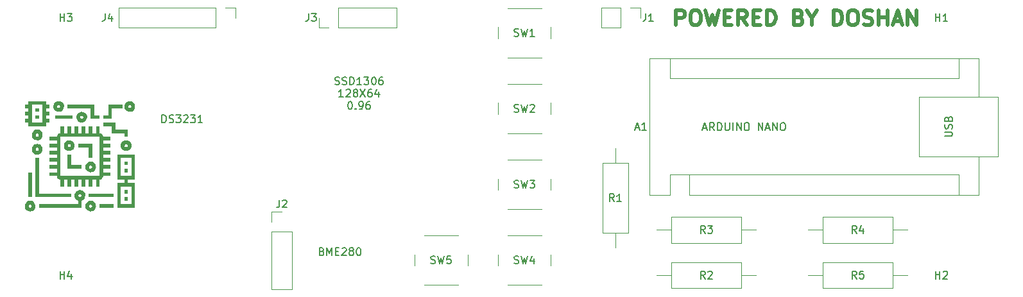
<source format=gbr>
%TF.GenerationSoftware,KiCad,Pcbnew,7.0.5*%
%TF.CreationDate,2024-01-19T10:16:40+06:00*%
%TF.ProjectId,Meteo_station,4d657465-6f5f-4737-9461-74696f6e2e6b,rev?*%
%TF.SameCoordinates,Original*%
%TF.FileFunction,Legend,Top*%
%TF.FilePolarity,Positive*%
%FSLAX46Y46*%
G04 Gerber Fmt 4.6, Leading zero omitted, Abs format (unit mm)*
G04 Created by KiCad (PCBNEW 7.0.5) date 2024-01-19 10:16:40*
%MOMM*%
%LPD*%
G01*
G04 APERTURE LIST*
%ADD10C,0.500000*%
%ADD11C,0.200000*%
%ADD12C,0.150000*%
%ADD13C,0.120000*%
G04 APERTURE END LIST*
D10*
X120286856Y-24621238D02*
X120286856Y-22621238D01*
X120286856Y-22621238D02*
X121048761Y-22621238D01*
X121048761Y-22621238D02*
X121239237Y-22716476D01*
X121239237Y-22716476D02*
X121334475Y-22811714D01*
X121334475Y-22811714D02*
X121429713Y-23002190D01*
X121429713Y-23002190D02*
X121429713Y-23287904D01*
X121429713Y-23287904D02*
X121334475Y-23478380D01*
X121334475Y-23478380D02*
X121239237Y-23573619D01*
X121239237Y-23573619D02*
X121048761Y-23668857D01*
X121048761Y-23668857D02*
X120286856Y-23668857D01*
X122667808Y-22621238D02*
X123048761Y-22621238D01*
X123048761Y-22621238D02*
X123239237Y-22716476D01*
X123239237Y-22716476D02*
X123429713Y-22906952D01*
X123429713Y-22906952D02*
X123524951Y-23287904D01*
X123524951Y-23287904D02*
X123524951Y-23954571D01*
X123524951Y-23954571D02*
X123429713Y-24335523D01*
X123429713Y-24335523D02*
X123239237Y-24526000D01*
X123239237Y-24526000D02*
X123048761Y-24621238D01*
X123048761Y-24621238D02*
X122667808Y-24621238D01*
X122667808Y-24621238D02*
X122477332Y-24526000D01*
X122477332Y-24526000D02*
X122286856Y-24335523D01*
X122286856Y-24335523D02*
X122191618Y-23954571D01*
X122191618Y-23954571D02*
X122191618Y-23287904D01*
X122191618Y-23287904D02*
X122286856Y-22906952D01*
X122286856Y-22906952D02*
X122477332Y-22716476D01*
X122477332Y-22716476D02*
X122667808Y-22621238D01*
X124191618Y-22621238D02*
X124667808Y-24621238D01*
X124667808Y-24621238D02*
X125048761Y-23192666D01*
X125048761Y-23192666D02*
X125429713Y-24621238D01*
X125429713Y-24621238D02*
X125905904Y-22621238D01*
X126667808Y-23573619D02*
X127334475Y-23573619D01*
X127620189Y-24621238D02*
X126667808Y-24621238D01*
X126667808Y-24621238D02*
X126667808Y-22621238D01*
X126667808Y-22621238D02*
X127620189Y-22621238D01*
X129620189Y-24621238D02*
X128953522Y-23668857D01*
X128477332Y-24621238D02*
X128477332Y-22621238D01*
X128477332Y-22621238D02*
X129239237Y-22621238D01*
X129239237Y-22621238D02*
X129429713Y-22716476D01*
X129429713Y-22716476D02*
X129524951Y-22811714D01*
X129524951Y-22811714D02*
X129620189Y-23002190D01*
X129620189Y-23002190D02*
X129620189Y-23287904D01*
X129620189Y-23287904D02*
X129524951Y-23478380D01*
X129524951Y-23478380D02*
X129429713Y-23573619D01*
X129429713Y-23573619D02*
X129239237Y-23668857D01*
X129239237Y-23668857D02*
X128477332Y-23668857D01*
X130477332Y-23573619D02*
X131143999Y-23573619D01*
X131429713Y-24621238D02*
X130477332Y-24621238D01*
X130477332Y-24621238D02*
X130477332Y-22621238D01*
X130477332Y-22621238D02*
X131429713Y-22621238D01*
X132286856Y-24621238D02*
X132286856Y-22621238D01*
X132286856Y-22621238D02*
X132763046Y-22621238D01*
X132763046Y-22621238D02*
X133048761Y-22716476D01*
X133048761Y-22716476D02*
X133239237Y-22906952D01*
X133239237Y-22906952D02*
X133334475Y-23097428D01*
X133334475Y-23097428D02*
X133429713Y-23478380D01*
X133429713Y-23478380D02*
X133429713Y-23764095D01*
X133429713Y-23764095D02*
X133334475Y-24145047D01*
X133334475Y-24145047D02*
X133239237Y-24335523D01*
X133239237Y-24335523D02*
X133048761Y-24526000D01*
X133048761Y-24526000D02*
X132763046Y-24621238D01*
X132763046Y-24621238D02*
X132286856Y-24621238D01*
X136477333Y-23573619D02*
X136763047Y-23668857D01*
X136763047Y-23668857D02*
X136858285Y-23764095D01*
X136858285Y-23764095D02*
X136953523Y-23954571D01*
X136953523Y-23954571D02*
X136953523Y-24240285D01*
X136953523Y-24240285D02*
X136858285Y-24430761D01*
X136858285Y-24430761D02*
X136763047Y-24526000D01*
X136763047Y-24526000D02*
X136572571Y-24621238D01*
X136572571Y-24621238D02*
X135810666Y-24621238D01*
X135810666Y-24621238D02*
X135810666Y-22621238D01*
X135810666Y-22621238D02*
X136477333Y-22621238D01*
X136477333Y-22621238D02*
X136667809Y-22716476D01*
X136667809Y-22716476D02*
X136763047Y-22811714D01*
X136763047Y-22811714D02*
X136858285Y-23002190D01*
X136858285Y-23002190D02*
X136858285Y-23192666D01*
X136858285Y-23192666D02*
X136763047Y-23383142D01*
X136763047Y-23383142D02*
X136667809Y-23478380D01*
X136667809Y-23478380D02*
X136477333Y-23573619D01*
X136477333Y-23573619D02*
X135810666Y-23573619D01*
X138191618Y-23668857D02*
X138191618Y-24621238D01*
X137524952Y-22621238D02*
X138191618Y-23668857D01*
X138191618Y-23668857D02*
X138858285Y-22621238D01*
X141048762Y-24621238D02*
X141048762Y-22621238D01*
X141048762Y-22621238D02*
X141524952Y-22621238D01*
X141524952Y-22621238D02*
X141810667Y-22716476D01*
X141810667Y-22716476D02*
X142001143Y-22906952D01*
X142001143Y-22906952D02*
X142096381Y-23097428D01*
X142096381Y-23097428D02*
X142191619Y-23478380D01*
X142191619Y-23478380D02*
X142191619Y-23764095D01*
X142191619Y-23764095D02*
X142096381Y-24145047D01*
X142096381Y-24145047D02*
X142001143Y-24335523D01*
X142001143Y-24335523D02*
X141810667Y-24526000D01*
X141810667Y-24526000D02*
X141524952Y-24621238D01*
X141524952Y-24621238D02*
X141048762Y-24621238D01*
X143429714Y-22621238D02*
X143810667Y-22621238D01*
X143810667Y-22621238D02*
X144001143Y-22716476D01*
X144001143Y-22716476D02*
X144191619Y-22906952D01*
X144191619Y-22906952D02*
X144286857Y-23287904D01*
X144286857Y-23287904D02*
X144286857Y-23954571D01*
X144286857Y-23954571D02*
X144191619Y-24335523D01*
X144191619Y-24335523D02*
X144001143Y-24526000D01*
X144001143Y-24526000D02*
X143810667Y-24621238D01*
X143810667Y-24621238D02*
X143429714Y-24621238D01*
X143429714Y-24621238D02*
X143239238Y-24526000D01*
X143239238Y-24526000D02*
X143048762Y-24335523D01*
X143048762Y-24335523D02*
X142953524Y-23954571D01*
X142953524Y-23954571D02*
X142953524Y-23287904D01*
X142953524Y-23287904D02*
X143048762Y-22906952D01*
X143048762Y-22906952D02*
X143239238Y-22716476D01*
X143239238Y-22716476D02*
X143429714Y-22621238D01*
X145048762Y-24526000D02*
X145334476Y-24621238D01*
X145334476Y-24621238D02*
X145810667Y-24621238D01*
X145810667Y-24621238D02*
X146001143Y-24526000D01*
X146001143Y-24526000D02*
X146096381Y-24430761D01*
X146096381Y-24430761D02*
X146191619Y-24240285D01*
X146191619Y-24240285D02*
X146191619Y-24049809D01*
X146191619Y-24049809D02*
X146096381Y-23859333D01*
X146096381Y-23859333D02*
X146001143Y-23764095D01*
X146001143Y-23764095D02*
X145810667Y-23668857D01*
X145810667Y-23668857D02*
X145429714Y-23573619D01*
X145429714Y-23573619D02*
X145239238Y-23478380D01*
X145239238Y-23478380D02*
X145144000Y-23383142D01*
X145144000Y-23383142D02*
X145048762Y-23192666D01*
X145048762Y-23192666D02*
X145048762Y-23002190D01*
X145048762Y-23002190D02*
X145144000Y-22811714D01*
X145144000Y-22811714D02*
X145239238Y-22716476D01*
X145239238Y-22716476D02*
X145429714Y-22621238D01*
X145429714Y-22621238D02*
X145905905Y-22621238D01*
X145905905Y-22621238D02*
X146191619Y-22716476D01*
X147048762Y-24621238D02*
X147048762Y-22621238D01*
X147048762Y-23573619D02*
X148191619Y-23573619D01*
X148191619Y-24621238D02*
X148191619Y-22621238D01*
X149048762Y-24049809D02*
X150001143Y-24049809D01*
X148858286Y-24621238D02*
X149524952Y-22621238D01*
X149524952Y-22621238D02*
X150191619Y-24621238D01*
X150858286Y-24621238D02*
X150858286Y-22621238D01*
X150858286Y-22621238D02*
X152001143Y-24621238D01*
X152001143Y-24621238D02*
X152001143Y-22621238D01*
D11*
X52475143Y-37459219D02*
X52475143Y-36459219D01*
X52475143Y-36459219D02*
X52713238Y-36459219D01*
X52713238Y-36459219D02*
X52856095Y-36506838D01*
X52856095Y-36506838D02*
X52951333Y-36602076D01*
X52951333Y-36602076D02*
X52998952Y-36697314D01*
X52998952Y-36697314D02*
X53046571Y-36887790D01*
X53046571Y-36887790D02*
X53046571Y-37030647D01*
X53046571Y-37030647D02*
X52998952Y-37221123D01*
X52998952Y-37221123D02*
X52951333Y-37316361D01*
X52951333Y-37316361D02*
X52856095Y-37411600D01*
X52856095Y-37411600D02*
X52713238Y-37459219D01*
X52713238Y-37459219D02*
X52475143Y-37459219D01*
X53427524Y-37411600D02*
X53570381Y-37459219D01*
X53570381Y-37459219D02*
X53808476Y-37459219D01*
X53808476Y-37459219D02*
X53903714Y-37411600D01*
X53903714Y-37411600D02*
X53951333Y-37363980D01*
X53951333Y-37363980D02*
X53998952Y-37268742D01*
X53998952Y-37268742D02*
X53998952Y-37173504D01*
X53998952Y-37173504D02*
X53951333Y-37078266D01*
X53951333Y-37078266D02*
X53903714Y-37030647D01*
X53903714Y-37030647D02*
X53808476Y-36983028D01*
X53808476Y-36983028D02*
X53618000Y-36935409D01*
X53618000Y-36935409D02*
X53522762Y-36887790D01*
X53522762Y-36887790D02*
X53475143Y-36840171D01*
X53475143Y-36840171D02*
X53427524Y-36744933D01*
X53427524Y-36744933D02*
X53427524Y-36649695D01*
X53427524Y-36649695D02*
X53475143Y-36554457D01*
X53475143Y-36554457D02*
X53522762Y-36506838D01*
X53522762Y-36506838D02*
X53618000Y-36459219D01*
X53618000Y-36459219D02*
X53856095Y-36459219D01*
X53856095Y-36459219D02*
X53998952Y-36506838D01*
X54332286Y-36459219D02*
X54951333Y-36459219D01*
X54951333Y-36459219D02*
X54618000Y-36840171D01*
X54618000Y-36840171D02*
X54760857Y-36840171D01*
X54760857Y-36840171D02*
X54856095Y-36887790D01*
X54856095Y-36887790D02*
X54903714Y-36935409D01*
X54903714Y-36935409D02*
X54951333Y-37030647D01*
X54951333Y-37030647D02*
X54951333Y-37268742D01*
X54951333Y-37268742D02*
X54903714Y-37363980D01*
X54903714Y-37363980D02*
X54856095Y-37411600D01*
X54856095Y-37411600D02*
X54760857Y-37459219D01*
X54760857Y-37459219D02*
X54475143Y-37459219D01*
X54475143Y-37459219D02*
X54379905Y-37411600D01*
X54379905Y-37411600D02*
X54332286Y-37363980D01*
X55332286Y-36554457D02*
X55379905Y-36506838D01*
X55379905Y-36506838D02*
X55475143Y-36459219D01*
X55475143Y-36459219D02*
X55713238Y-36459219D01*
X55713238Y-36459219D02*
X55808476Y-36506838D01*
X55808476Y-36506838D02*
X55856095Y-36554457D01*
X55856095Y-36554457D02*
X55903714Y-36649695D01*
X55903714Y-36649695D02*
X55903714Y-36744933D01*
X55903714Y-36744933D02*
X55856095Y-36887790D01*
X55856095Y-36887790D02*
X55284667Y-37459219D01*
X55284667Y-37459219D02*
X55903714Y-37459219D01*
X56237048Y-36459219D02*
X56856095Y-36459219D01*
X56856095Y-36459219D02*
X56522762Y-36840171D01*
X56522762Y-36840171D02*
X56665619Y-36840171D01*
X56665619Y-36840171D02*
X56760857Y-36887790D01*
X56760857Y-36887790D02*
X56808476Y-36935409D01*
X56808476Y-36935409D02*
X56856095Y-37030647D01*
X56856095Y-37030647D02*
X56856095Y-37268742D01*
X56856095Y-37268742D02*
X56808476Y-37363980D01*
X56808476Y-37363980D02*
X56760857Y-37411600D01*
X56760857Y-37411600D02*
X56665619Y-37459219D01*
X56665619Y-37459219D02*
X56379905Y-37459219D01*
X56379905Y-37459219D02*
X56284667Y-37411600D01*
X56284667Y-37411600D02*
X56237048Y-37363980D01*
X57808476Y-37459219D02*
X57237048Y-37459219D01*
X57522762Y-37459219D02*
X57522762Y-36459219D01*
X57522762Y-36459219D02*
X57427524Y-36602076D01*
X57427524Y-36602076D02*
X57332286Y-36697314D01*
X57332286Y-36697314D02*
X57237048Y-36744933D01*
X73565047Y-54461409D02*
X73707904Y-54509028D01*
X73707904Y-54509028D02*
X73755523Y-54556647D01*
X73755523Y-54556647D02*
X73803142Y-54651885D01*
X73803142Y-54651885D02*
X73803142Y-54794742D01*
X73803142Y-54794742D02*
X73755523Y-54889980D01*
X73755523Y-54889980D02*
X73707904Y-54937600D01*
X73707904Y-54937600D02*
X73612666Y-54985219D01*
X73612666Y-54985219D02*
X73231714Y-54985219D01*
X73231714Y-54985219D02*
X73231714Y-53985219D01*
X73231714Y-53985219D02*
X73565047Y-53985219D01*
X73565047Y-53985219D02*
X73660285Y-54032838D01*
X73660285Y-54032838D02*
X73707904Y-54080457D01*
X73707904Y-54080457D02*
X73755523Y-54175695D01*
X73755523Y-54175695D02*
X73755523Y-54270933D01*
X73755523Y-54270933D02*
X73707904Y-54366171D01*
X73707904Y-54366171D02*
X73660285Y-54413790D01*
X73660285Y-54413790D02*
X73565047Y-54461409D01*
X73565047Y-54461409D02*
X73231714Y-54461409D01*
X74231714Y-54985219D02*
X74231714Y-53985219D01*
X74231714Y-53985219D02*
X74565047Y-54699504D01*
X74565047Y-54699504D02*
X74898380Y-53985219D01*
X74898380Y-53985219D02*
X74898380Y-54985219D01*
X75374571Y-54461409D02*
X75707904Y-54461409D01*
X75850761Y-54985219D02*
X75374571Y-54985219D01*
X75374571Y-54985219D02*
X75374571Y-53985219D01*
X75374571Y-53985219D02*
X75850761Y-53985219D01*
X76231714Y-54080457D02*
X76279333Y-54032838D01*
X76279333Y-54032838D02*
X76374571Y-53985219D01*
X76374571Y-53985219D02*
X76612666Y-53985219D01*
X76612666Y-53985219D02*
X76707904Y-54032838D01*
X76707904Y-54032838D02*
X76755523Y-54080457D01*
X76755523Y-54080457D02*
X76803142Y-54175695D01*
X76803142Y-54175695D02*
X76803142Y-54270933D01*
X76803142Y-54270933D02*
X76755523Y-54413790D01*
X76755523Y-54413790D02*
X76184095Y-54985219D01*
X76184095Y-54985219D02*
X76803142Y-54985219D01*
X77374571Y-54413790D02*
X77279333Y-54366171D01*
X77279333Y-54366171D02*
X77231714Y-54318552D01*
X77231714Y-54318552D02*
X77184095Y-54223314D01*
X77184095Y-54223314D02*
X77184095Y-54175695D01*
X77184095Y-54175695D02*
X77231714Y-54080457D01*
X77231714Y-54080457D02*
X77279333Y-54032838D01*
X77279333Y-54032838D02*
X77374571Y-53985219D01*
X77374571Y-53985219D02*
X77565047Y-53985219D01*
X77565047Y-53985219D02*
X77660285Y-54032838D01*
X77660285Y-54032838D02*
X77707904Y-54080457D01*
X77707904Y-54080457D02*
X77755523Y-54175695D01*
X77755523Y-54175695D02*
X77755523Y-54223314D01*
X77755523Y-54223314D02*
X77707904Y-54318552D01*
X77707904Y-54318552D02*
X77660285Y-54366171D01*
X77660285Y-54366171D02*
X77565047Y-54413790D01*
X77565047Y-54413790D02*
X77374571Y-54413790D01*
X77374571Y-54413790D02*
X77279333Y-54461409D01*
X77279333Y-54461409D02*
X77231714Y-54509028D01*
X77231714Y-54509028D02*
X77184095Y-54604266D01*
X77184095Y-54604266D02*
X77184095Y-54794742D01*
X77184095Y-54794742D02*
X77231714Y-54889980D01*
X77231714Y-54889980D02*
X77279333Y-54937600D01*
X77279333Y-54937600D02*
X77374571Y-54985219D01*
X77374571Y-54985219D02*
X77565047Y-54985219D01*
X77565047Y-54985219D02*
X77660285Y-54937600D01*
X77660285Y-54937600D02*
X77707904Y-54889980D01*
X77707904Y-54889980D02*
X77755523Y-54794742D01*
X77755523Y-54794742D02*
X77755523Y-54604266D01*
X77755523Y-54604266D02*
X77707904Y-54509028D01*
X77707904Y-54509028D02*
X77660285Y-54461409D01*
X77660285Y-54461409D02*
X77565047Y-54413790D01*
X78374571Y-53985219D02*
X78469809Y-53985219D01*
X78469809Y-53985219D02*
X78565047Y-54032838D01*
X78565047Y-54032838D02*
X78612666Y-54080457D01*
X78612666Y-54080457D02*
X78660285Y-54175695D01*
X78660285Y-54175695D02*
X78707904Y-54366171D01*
X78707904Y-54366171D02*
X78707904Y-54604266D01*
X78707904Y-54604266D02*
X78660285Y-54794742D01*
X78660285Y-54794742D02*
X78612666Y-54889980D01*
X78612666Y-54889980D02*
X78565047Y-54937600D01*
X78565047Y-54937600D02*
X78469809Y-54985219D01*
X78469809Y-54985219D02*
X78374571Y-54985219D01*
X78374571Y-54985219D02*
X78279333Y-54937600D01*
X78279333Y-54937600D02*
X78231714Y-54889980D01*
X78231714Y-54889980D02*
X78184095Y-54794742D01*
X78184095Y-54794742D02*
X78136476Y-54604266D01*
X78136476Y-54604266D02*
X78136476Y-54366171D01*
X78136476Y-54366171D02*
X78184095Y-54175695D01*
X78184095Y-54175695D02*
X78231714Y-54080457D01*
X78231714Y-54080457D02*
X78279333Y-54032838D01*
X78279333Y-54032838D02*
X78374571Y-53985219D01*
X75319333Y-32413600D02*
X75462190Y-32461219D01*
X75462190Y-32461219D02*
X75700285Y-32461219D01*
X75700285Y-32461219D02*
X75795523Y-32413600D01*
X75795523Y-32413600D02*
X75843142Y-32365980D01*
X75843142Y-32365980D02*
X75890761Y-32270742D01*
X75890761Y-32270742D02*
X75890761Y-32175504D01*
X75890761Y-32175504D02*
X75843142Y-32080266D01*
X75843142Y-32080266D02*
X75795523Y-32032647D01*
X75795523Y-32032647D02*
X75700285Y-31985028D01*
X75700285Y-31985028D02*
X75509809Y-31937409D01*
X75509809Y-31937409D02*
X75414571Y-31889790D01*
X75414571Y-31889790D02*
X75366952Y-31842171D01*
X75366952Y-31842171D02*
X75319333Y-31746933D01*
X75319333Y-31746933D02*
X75319333Y-31651695D01*
X75319333Y-31651695D02*
X75366952Y-31556457D01*
X75366952Y-31556457D02*
X75414571Y-31508838D01*
X75414571Y-31508838D02*
X75509809Y-31461219D01*
X75509809Y-31461219D02*
X75747904Y-31461219D01*
X75747904Y-31461219D02*
X75890761Y-31508838D01*
X76271714Y-32413600D02*
X76414571Y-32461219D01*
X76414571Y-32461219D02*
X76652666Y-32461219D01*
X76652666Y-32461219D02*
X76747904Y-32413600D01*
X76747904Y-32413600D02*
X76795523Y-32365980D01*
X76795523Y-32365980D02*
X76843142Y-32270742D01*
X76843142Y-32270742D02*
X76843142Y-32175504D01*
X76843142Y-32175504D02*
X76795523Y-32080266D01*
X76795523Y-32080266D02*
X76747904Y-32032647D01*
X76747904Y-32032647D02*
X76652666Y-31985028D01*
X76652666Y-31985028D02*
X76462190Y-31937409D01*
X76462190Y-31937409D02*
X76366952Y-31889790D01*
X76366952Y-31889790D02*
X76319333Y-31842171D01*
X76319333Y-31842171D02*
X76271714Y-31746933D01*
X76271714Y-31746933D02*
X76271714Y-31651695D01*
X76271714Y-31651695D02*
X76319333Y-31556457D01*
X76319333Y-31556457D02*
X76366952Y-31508838D01*
X76366952Y-31508838D02*
X76462190Y-31461219D01*
X76462190Y-31461219D02*
X76700285Y-31461219D01*
X76700285Y-31461219D02*
X76843142Y-31508838D01*
X77271714Y-32461219D02*
X77271714Y-31461219D01*
X77271714Y-31461219D02*
X77509809Y-31461219D01*
X77509809Y-31461219D02*
X77652666Y-31508838D01*
X77652666Y-31508838D02*
X77747904Y-31604076D01*
X77747904Y-31604076D02*
X77795523Y-31699314D01*
X77795523Y-31699314D02*
X77843142Y-31889790D01*
X77843142Y-31889790D02*
X77843142Y-32032647D01*
X77843142Y-32032647D02*
X77795523Y-32223123D01*
X77795523Y-32223123D02*
X77747904Y-32318361D01*
X77747904Y-32318361D02*
X77652666Y-32413600D01*
X77652666Y-32413600D02*
X77509809Y-32461219D01*
X77509809Y-32461219D02*
X77271714Y-32461219D01*
X78795523Y-32461219D02*
X78224095Y-32461219D01*
X78509809Y-32461219D02*
X78509809Y-31461219D01*
X78509809Y-31461219D02*
X78414571Y-31604076D01*
X78414571Y-31604076D02*
X78319333Y-31699314D01*
X78319333Y-31699314D02*
X78224095Y-31746933D01*
X79128857Y-31461219D02*
X79747904Y-31461219D01*
X79747904Y-31461219D02*
X79414571Y-31842171D01*
X79414571Y-31842171D02*
X79557428Y-31842171D01*
X79557428Y-31842171D02*
X79652666Y-31889790D01*
X79652666Y-31889790D02*
X79700285Y-31937409D01*
X79700285Y-31937409D02*
X79747904Y-32032647D01*
X79747904Y-32032647D02*
X79747904Y-32270742D01*
X79747904Y-32270742D02*
X79700285Y-32365980D01*
X79700285Y-32365980D02*
X79652666Y-32413600D01*
X79652666Y-32413600D02*
X79557428Y-32461219D01*
X79557428Y-32461219D02*
X79271714Y-32461219D01*
X79271714Y-32461219D02*
X79176476Y-32413600D01*
X79176476Y-32413600D02*
X79128857Y-32365980D01*
X80366952Y-31461219D02*
X80462190Y-31461219D01*
X80462190Y-31461219D02*
X80557428Y-31508838D01*
X80557428Y-31508838D02*
X80605047Y-31556457D01*
X80605047Y-31556457D02*
X80652666Y-31651695D01*
X80652666Y-31651695D02*
X80700285Y-31842171D01*
X80700285Y-31842171D02*
X80700285Y-32080266D01*
X80700285Y-32080266D02*
X80652666Y-32270742D01*
X80652666Y-32270742D02*
X80605047Y-32365980D01*
X80605047Y-32365980D02*
X80557428Y-32413600D01*
X80557428Y-32413600D02*
X80462190Y-32461219D01*
X80462190Y-32461219D02*
X80366952Y-32461219D01*
X80366952Y-32461219D02*
X80271714Y-32413600D01*
X80271714Y-32413600D02*
X80224095Y-32365980D01*
X80224095Y-32365980D02*
X80176476Y-32270742D01*
X80176476Y-32270742D02*
X80128857Y-32080266D01*
X80128857Y-32080266D02*
X80128857Y-31842171D01*
X80128857Y-31842171D02*
X80176476Y-31651695D01*
X80176476Y-31651695D02*
X80224095Y-31556457D01*
X80224095Y-31556457D02*
X80271714Y-31508838D01*
X80271714Y-31508838D02*
X80366952Y-31461219D01*
X81557428Y-31461219D02*
X81366952Y-31461219D01*
X81366952Y-31461219D02*
X81271714Y-31508838D01*
X81271714Y-31508838D02*
X81224095Y-31556457D01*
X81224095Y-31556457D02*
X81128857Y-31699314D01*
X81128857Y-31699314D02*
X81081238Y-31889790D01*
X81081238Y-31889790D02*
X81081238Y-32270742D01*
X81081238Y-32270742D02*
X81128857Y-32365980D01*
X81128857Y-32365980D02*
X81176476Y-32413600D01*
X81176476Y-32413600D02*
X81271714Y-32461219D01*
X81271714Y-32461219D02*
X81462190Y-32461219D01*
X81462190Y-32461219D02*
X81557428Y-32413600D01*
X81557428Y-32413600D02*
X81605047Y-32365980D01*
X81605047Y-32365980D02*
X81652666Y-32270742D01*
X81652666Y-32270742D02*
X81652666Y-32032647D01*
X81652666Y-32032647D02*
X81605047Y-31937409D01*
X81605047Y-31937409D02*
X81557428Y-31889790D01*
X81557428Y-31889790D02*
X81462190Y-31842171D01*
X81462190Y-31842171D02*
X81271714Y-31842171D01*
X81271714Y-31842171D02*
X81176476Y-31889790D01*
X81176476Y-31889790D02*
X81128857Y-31937409D01*
X81128857Y-31937409D02*
X81081238Y-32032647D01*
X76390761Y-34071219D02*
X75819333Y-34071219D01*
X76105047Y-34071219D02*
X76105047Y-33071219D01*
X76105047Y-33071219D02*
X76009809Y-33214076D01*
X76009809Y-33214076D02*
X75914571Y-33309314D01*
X75914571Y-33309314D02*
X75819333Y-33356933D01*
X76771714Y-33166457D02*
X76819333Y-33118838D01*
X76819333Y-33118838D02*
X76914571Y-33071219D01*
X76914571Y-33071219D02*
X77152666Y-33071219D01*
X77152666Y-33071219D02*
X77247904Y-33118838D01*
X77247904Y-33118838D02*
X77295523Y-33166457D01*
X77295523Y-33166457D02*
X77343142Y-33261695D01*
X77343142Y-33261695D02*
X77343142Y-33356933D01*
X77343142Y-33356933D02*
X77295523Y-33499790D01*
X77295523Y-33499790D02*
X76724095Y-34071219D01*
X76724095Y-34071219D02*
X77343142Y-34071219D01*
X77914571Y-33499790D02*
X77819333Y-33452171D01*
X77819333Y-33452171D02*
X77771714Y-33404552D01*
X77771714Y-33404552D02*
X77724095Y-33309314D01*
X77724095Y-33309314D02*
X77724095Y-33261695D01*
X77724095Y-33261695D02*
X77771714Y-33166457D01*
X77771714Y-33166457D02*
X77819333Y-33118838D01*
X77819333Y-33118838D02*
X77914571Y-33071219D01*
X77914571Y-33071219D02*
X78105047Y-33071219D01*
X78105047Y-33071219D02*
X78200285Y-33118838D01*
X78200285Y-33118838D02*
X78247904Y-33166457D01*
X78247904Y-33166457D02*
X78295523Y-33261695D01*
X78295523Y-33261695D02*
X78295523Y-33309314D01*
X78295523Y-33309314D02*
X78247904Y-33404552D01*
X78247904Y-33404552D02*
X78200285Y-33452171D01*
X78200285Y-33452171D02*
X78105047Y-33499790D01*
X78105047Y-33499790D02*
X77914571Y-33499790D01*
X77914571Y-33499790D02*
X77819333Y-33547409D01*
X77819333Y-33547409D02*
X77771714Y-33595028D01*
X77771714Y-33595028D02*
X77724095Y-33690266D01*
X77724095Y-33690266D02*
X77724095Y-33880742D01*
X77724095Y-33880742D02*
X77771714Y-33975980D01*
X77771714Y-33975980D02*
X77819333Y-34023600D01*
X77819333Y-34023600D02*
X77914571Y-34071219D01*
X77914571Y-34071219D02*
X78105047Y-34071219D01*
X78105047Y-34071219D02*
X78200285Y-34023600D01*
X78200285Y-34023600D02*
X78247904Y-33975980D01*
X78247904Y-33975980D02*
X78295523Y-33880742D01*
X78295523Y-33880742D02*
X78295523Y-33690266D01*
X78295523Y-33690266D02*
X78247904Y-33595028D01*
X78247904Y-33595028D02*
X78200285Y-33547409D01*
X78200285Y-33547409D02*
X78105047Y-33499790D01*
X78628857Y-33071219D02*
X79295523Y-34071219D01*
X79295523Y-33071219D02*
X78628857Y-34071219D01*
X80105047Y-33071219D02*
X79914571Y-33071219D01*
X79914571Y-33071219D02*
X79819333Y-33118838D01*
X79819333Y-33118838D02*
X79771714Y-33166457D01*
X79771714Y-33166457D02*
X79676476Y-33309314D01*
X79676476Y-33309314D02*
X79628857Y-33499790D01*
X79628857Y-33499790D02*
X79628857Y-33880742D01*
X79628857Y-33880742D02*
X79676476Y-33975980D01*
X79676476Y-33975980D02*
X79724095Y-34023600D01*
X79724095Y-34023600D02*
X79819333Y-34071219D01*
X79819333Y-34071219D02*
X80009809Y-34071219D01*
X80009809Y-34071219D02*
X80105047Y-34023600D01*
X80105047Y-34023600D02*
X80152666Y-33975980D01*
X80152666Y-33975980D02*
X80200285Y-33880742D01*
X80200285Y-33880742D02*
X80200285Y-33642647D01*
X80200285Y-33642647D02*
X80152666Y-33547409D01*
X80152666Y-33547409D02*
X80105047Y-33499790D01*
X80105047Y-33499790D02*
X80009809Y-33452171D01*
X80009809Y-33452171D02*
X79819333Y-33452171D01*
X79819333Y-33452171D02*
X79724095Y-33499790D01*
X79724095Y-33499790D02*
X79676476Y-33547409D01*
X79676476Y-33547409D02*
X79628857Y-33642647D01*
X81057428Y-33404552D02*
X81057428Y-34071219D01*
X80819333Y-33023600D02*
X80581238Y-33737885D01*
X80581238Y-33737885D02*
X81200285Y-33737885D01*
X77247905Y-34681219D02*
X77343143Y-34681219D01*
X77343143Y-34681219D02*
X77438381Y-34728838D01*
X77438381Y-34728838D02*
X77486000Y-34776457D01*
X77486000Y-34776457D02*
X77533619Y-34871695D01*
X77533619Y-34871695D02*
X77581238Y-35062171D01*
X77581238Y-35062171D02*
X77581238Y-35300266D01*
X77581238Y-35300266D02*
X77533619Y-35490742D01*
X77533619Y-35490742D02*
X77486000Y-35585980D01*
X77486000Y-35585980D02*
X77438381Y-35633600D01*
X77438381Y-35633600D02*
X77343143Y-35681219D01*
X77343143Y-35681219D02*
X77247905Y-35681219D01*
X77247905Y-35681219D02*
X77152667Y-35633600D01*
X77152667Y-35633600D02*
X77105048Y-35585980D01*
X77105048Y-35585980D02*
X77057429Y-35490742D01*
X77057429Y-35490742D02*
X77009810Y-35300266D01*
X77009810Y-35300266D02*
X77009810Y-35062171D01*
X77009810Y-35062171D02*
X77057429Y-34871695D01*
X77057429Y-34871695D02*
X77105048Y-34776457D01*
X77105048Y-34776457D02*
X77152667Y-34728838D01*
X77152667Y-34728838D02*
X77247905Y-34681219D01*
X78009810Y-35585980D02*
X78057429Y-35633600D01*
X78057429Y-35633600D02*
X78009810Y-35681219D01*
X78009810Y-35681219D02*
X77962191Y-35633600D01*
X77962191Y-35633600D02*
X78009810Y-35585980D01*
X78009810Y-35585980D02*
X78009810Y-35681219D01*
X78533619Y-35681219D02*
X78724095Y-35681219D01*
X78724095Y-35681219D02*
X78819333Y-35633600D01*
X78819333Y-35633600D02*
X78866952Y-35585980D01*
X78866952Y-35585980D02*
X78962190Y-35443123D01*
X78962190Y-35443123D02*
X79009809Y-35252647D01*
X79009809Y-35252647D02*
X79009809Y-34871695D01*
X79009809Y-34871695D02*
X78962190Y-34776457D01*
X78962190Y-34776457D02*
X78914571Y-34728838D01*
X78914571Y-34728838D02*
X78819333Y-34681219D01*
X78819333Y-34681219D02*
X78628857Y-34681219D01*
X78628857Y-34681219D02*
X78533619Y-34728838D01*
X78533619Y-34728838D02*
X78486000Y-34776457D01*
X78486000Y-34776457D02*
X78438381Y-34871695D01*
X78438381Y-34871695D02*
X78438381Y-35109790D01*
X78438381Y-35109790D02*
X78486000Y-35205028D01*
X78486000Y-35205028D02*
X78533619Y-35252647D01*
X78533619Y-35252647D02*
X78628857Y-35300266D01*
X78628857Y-35300266D02*
X78819333Y-35300266D01*
X78819333Y-35300266D02*
X78914571Y-35252647D01*
X78914571Y-35252647D02*
X78962190Y-35205028D01*
X78962190Y-35205028D02*
X79009809Y-35109790D01*
X79866952Y-34681219D02*
X79676476Y-34681219D01*
X79676476Y-34681219D02*
X79581238Y-34728838D01*
X79581238Y-34728838D02*
X79533619Y-34776457D01*
X79533619Y-34776457D02*
X79438381Y-34919314D01*
X79438381Y-34919314D02*
X79390762Y-35109790D01*
X79390762Y-35109790D02*
X79390762Y-35490742D01*
X79390762Y-35490742D02*
X79438381Y-35585980D01*
X79438381Y-35585980D02*
X79486000Y-35633600D01*
X79486000Y-35633600D02*
X79581238Y-35681219D01*
X79581238Y-35681219D02*
X79771714Y-35681219D01*
X79771714Y-35681219D02*
X79866952Y-35633600D01*
X79866952Y-35633600D02*
X79914571Y-35585980D01*
X79914571Y-35585980D02*
X79962190Y-35490742D01*
X79962190Y-35490742D02*
X79962190Y-35252647D01*
X79962190Y-35252647D02*
X79914571Y-35157409D01*
X79914571Y-35157409D02*
X79866952Y-35109790D01*
X79866952Y-35109790D02*
X79771714Y-35062171D01*
X79771714Y-35062171D02*
X79581238Y-35062171D01*
X79581238Y-35062171D02*
X79486000Y-35109790D01*
X79486000Y-35109790D02*
X79438381Y-35157409D01*
X79438381Y-35157409D02*
X79390762Y-35252647D01*
X123861429Y-38200504D02*
X124337619Y-38200504D01*
X123766191Y-38486219D02*
X124099524Y-37486219D01*
X124099524Y-37486219D02*
X124432857Y-38486219D01*
X125337619Y-38486219D02*
X125004286Y-38010028D01*
X124766191Y-38486219D02*
X124766191Y-37486219D01*
X124766191Y-37486219D02*
X125147143Y-37486219D01*
X125147143Y-37486219D02*
X125242381Y-37533838D01*
X125242381Y-37533838D02*
X125290000Y-37581457D01*
X125290000Y-37581457D02*
X125337619Y-37676695D01*
X125337619Y-37676695D02*
X125337619Y-37819552D01*
X125337619Y-37819552D02*
X125290000Y-37914790D01*
X125290000Y-37914790D02*
X125242381Y-37962409D01*
X125242381Y-37962409D02*
X125147143Y-38010028D01*
X125147143Y-38010028D02*
X124766191Y-38010028D01*
X125766191Y-38486219D02*
X125766191Y-37486219D01*
X125766191Y-37486219D02*
X126004286Y-37486219D01*
X126004286Y-37486219D02*
X126147143Y-37533838D01*
X126147143Y-37533838D02*
X126242381Y-37629076D01*
X126242381Y-37629076D02*
X126290000Y-37724314D01*
X126290000Y-37724314D02*
X126337619Y-37914790D01*
X126337619Y-37914790D02*
X126337619Y-38057647D01*
X126337619Y-38057647D02*
X126290000Y-38248123D01*
X126290000Y-38248123D02*
X126242381Y-38343361D01*
X126242381Y-38343361D02*
X126147143Y-38438600D01*
X126147143Y-38438600D02*
X126004286Y-38486219D01*
X126004286Y-38486219D02*
X125766191Y-38486219D01*
X126766191Y-37486219D02*
X126766191Y-38295742D01*
X126766191Y-38295742D02*
X126813810Y-38390980D01*
X126813810Y-38390980D02*
X126861429Y-38438600D01*
X126861429Y-38438600D02*
X126956667Y-38486219D01*
X126956667Y-38486219D02*
X127147143Y-38486219D01*
X127147143Y-38486219D02*
X127242381Y-38438600D01*
X127242381Y-38438600D02*
X127290000Y-38390980D01*
X127290000Y-38390980D02*
X127337619Y-38295742D01*
X127337619Y-38295742D02*
X127337619Y-37486219D01*
X127813810Y-38486219D02*
X127813810Y-37486219D01*
X128290000Y-38486219D02*
X128290000Y-37486219D01*
X128290000Y-37486219D02*
X128861428Y-38486219D01*
X128861428Y-38486219D02*
X128861428Y-37486219D01*
X129528095Y-37486219D02*
X129718571Y-37486219D01*
X129718571Y-37486219D02*
X129813809Y-37533838D01*
X129813809Y-37533838D02*
X129909047Y-37629076D01*
X129909047Y-37629076D02*
X129956666Y-37819552D01*
X129956666Y-37819552D02*
X129956666Y-38152885D01*
X129956666Y-38152885D02*
X129909047Y-38343361D01*
X129909047Y-38343361D02*
X129813809Y-38438600D01*
X129813809Y-38438600D02*
X129718571Y-38486219D01*
X129718571Y-38486219D02*
X129528095Y-38486219D01*
X129528095Y-38486219D02*
X129432857Y-38438600D01*
X129432857Y-38438600D02*
X129337619Y-38343361D01*
X129337619Y-38343361D02*
X129290000Y-38152885D01*
X129290000Y-38152885D02*
X129290000Y-37819552D01*
X129290000Y-37819552D02*
X129337619Y-37629076D01*
X129337619Y-37629076D02*
X129432857Y-37533838D01*
X129432857Y-37533838D02*
X129528095Y-37486219D01*
X131147143Y-38486219D02*
X131147143Y-37486219D01*
X131147143Y-37486219D02*
X131718571Y-38486219D01*
X131718571Y-38486219D02*
X131718571Y-37486219D01*
X132147143Y-38200504D02*
X132623333Y-38200504D01*
X132051905Y-38486219D02*
X132385238Y-37486219D01*
X132385238Y-37486219D02*
X132718571Y-38486219D01*
X133051905Y-38486219D02*
X133051905Y-37486219D01*
X133051905Y-37486219D02*
X133623333Y-38486219D01*
X133623333Y-38486219D02*
X133623333Y-37486219D01*
X134290000Y-37486219D02*
X134480476Y-37486219D01*
X134480476Y-37486219D02*
X134575714Y-37533838D01*
X134575714Y-37533838D02*
X134670952Y-37629076D01*
X134670952Y-37629076D02*
X134718571Y-37819552D01*
X134718571Y-37819552D02*
X134718571Y-38152885D01*
X134718571Y-38152885D02*
X134670952Y-38343361D01*
X134670952Y-38343361D02*
X134575714Y-38438600D01*
X134575714Y-38438600D02*
X134480476Y-38486219D01*
X134480476Y-38486219D02*
X134290000Y-38486219D01*
X134290000Y-38486219D02*
X134194762Y-38438600D01*
X134194762Y-38438600D02*
X134099524Y-38343361D01*
X134099524Y-38343361D02*
X134051905Y-38152885D01*
X134051905Y-38152885D02*
X134051905Y-37819552D01*
X134051905Y-37819552D02*
X134099524Y-37629076D01*
X134099524Y-37629076D02*
X134194762Y-37533838D01*
X134194762Y-37533838D02*
X134290000Y-37486219D01*
D12*
%TO.C,H2*%
X154528095Y-58073819D02*
X154528095Y-57073819D01*
X154528095Y-57550009D02*
X155099523Y-57550009D01*
X155099523Y-58073819D02*
X155099523Y-57073819D01*
X155528095Y-57169057D02*
X155575714Y-57121438D01*
X155575714Y-57121438D02*
X155670952Y-57073819D01*
X155670952Y-57073819D02*
X155909047Y-57073819D01*
X155909047Y-57073819D02*
X156004285Y-57121438D01*
X156004285Y-57121438D02*
X156051904Y-57169057D01*
X156051904Y-57169057D02*
X156099523Y-57264295D01*
X156099523Y-57264295D02*
X156099523Y-57359533D01*
X156099523Y-57359533D02*
X156051904Y-57502390D01*
X156051904Y-57502390D02*
X155480476Y-58073819D01*
X155480476Y-58073819D02*
X156099523Y-58073819D01*
%TO.C,R3*%
X124123333Y-52073819D02*
X123790000Y-51597628D01*
X123551905Y-52073819D02*
X123551905Y-51073819D01*
X123551905Y-51073819D02*
X123932857Y-51073819D01*
X123932857Y-51073819D02*
X124028095Y-51121438D01*
X124028095Y-51121438D02*
X124075714Y-51169057D01*
X124075714Y-51169057D02*
X124123333Y-51264295D01*
X124123333Y-51264295D02*
X124123333Y-51407152D01*
X124123333Y-51407152D02*
X124075714Y-51502390D01*
X124075714Y-51502390D02*
X124028095Y-51550009D01*
X124028095Y-51550009D02*
X123932857Y-51597628D01*
X123932857Y-51597628D02*
X123551905Y-51597628D01*
X124456667Y-51073819D02*
X125075714Y-51073819D01*
X125075714Y-51073819D02*
X124742381Y-51454771D01*
X124742381Y-51454771D02*
X124885238Y-51454771D01*
X124885238Y-51454771D02*
X124980476Y-51502390D01*
X124980476Y-51502390D02*
X125028095Y-51550009D01*
X125028095Y-51550009D02*
X125075714Y-51645247D01*
X125075714Y-51645247D02*
X125075714Y-51883342D01*
X125075714Y-51883342D02*
X125028095Y-51978580D01*
X125028095Y-51978580D02*
X124980476Y-52026200D01*
X124980476Y-52026200D02*
X124885238Y-52073819D01*
X124885238Y-52073819D02*
X124599524Y-52073819D01*
X124599524Y-52073819D02*
X124504286Y-52026200D01*
X124504286Y-52026200D02*
X124456667Y-51978580D01*
%TO.C,SW3*%
X98956667Y-46026200D02*
X99099524Y-46073819D01*
X99099524Y-46073819D02*
X99337619Y-46073819D01*
X99337619Y-46073819D02*
X99432857Y-46026200D01*
X99432857Y-46026200D02*
X99480476Y-45978580D01*
X99480476Y-45978580D02*
X99528095Y-45883342D01*
X99528095Y-45883342D02*
X99528095Y-45788104D01*
X99528095Y-45788104D02*
X99480476Y-45692866D01*
X99480476Y-45692866D02*
X99432857Y-45645247D01*
X99432857Y-45645247D02*
X99337619Y-45597628D01*
X99337619Y-45597628D02*
X99147143Y-45550009D01*
X99147143Y-45550009D02*
X99051905Y-45502390D01*
X99051905Y-45502390D02*
X99004286Y-45454771D01*
X99004286Y-45454771D02*
X98956667Y-45359533D01*
X98956667Y-45359533D02*
X98956667Y-45264295D01*
X98956667Y-45264295D02*
X99004286Y-45169057D01*
X99004286Y-45169057D02*
X99051905Y-45121438D01*
X99051905Y-45121438D02*
X99147143Y-45073819D01*
X99147143Y-45073819D02*
X99385238Y-45073819D01*
X99385238Y-45073819D02*
X99528095Y-45121438D01*
X99861429Y-45073819D02*
X100099524Y-46073819D01*
X100099524Y-46073819D02*
X100290000Y-45359533D01*
X100290000Y-45359533D02*
X100480476Y-46073819D01*
X100480476Y-46073819D02*
X100718572Y-45073819D01*
X101004286Y-45073819D02*
X101623333Y-45073819D01*
X101623333Y-45073819D02*
X101290000Y-45454771D01*
X101290000Y-45454771D02*
X101432857Y-45454771D01*
X101432857Y-45454771D02*
X101528095Y-45502390D01*
X101528095Y-45502390D02*
X101575714Y-45550009D01*
X101575714Y-45550009D02*
X101623333Y-45645247D01*
X101623333Y-45645247D02*
X101623333Y-45883342D01*
X101623333Y-45883342D02*
X101575714Y-45978580D01*
X101575714Y-45978580D02*
X101528095Y-46026200D01*
X101528095Y-46026200D02*
X101432857Y-46073819D01*
X101432857Y-46073819D02*
X101147143Y-46073819D01*
X101147143Y-46073819D02*
X101051905Y-46026200D01*
X101051905Y-46026200D02*
X101004286Y-45978580D01*
%TO.C,SW2*%
X98956667Y-36026200D02*
X99099524Y-36073819D01*
X99099524Y-36073819D02*
X99337619Y-36073819D01*
X99337619Y-36073819D02*
X99432857Y-36026200D01*
X99432857Y-36026200D02*
X99480476Y-35978580D01*
X99480476Y-35978580D02*
X99528095Y-35883342D01*
X99528095Y-35883342D02*
X99528095Y-35788104D01*
X99528095Y-35788104D02*
X99480476Y-35692866D01*
X99480476Y-35692866D02*
X99432857Y-35645247D01*
X99432857Y-35645247D02*
X99337619Y-35597628D01*
X99337619Y-35597628D02*
X99147143Y-35550009D01*
X99147143Y-35550009D02*
X99051905Y-35502390D01*
X99051905Y-35502390D02*
X99004286Y-35454771D01*
X99004286Y-35454771D02*
X98956667Y-35359533D01*
X98956667Y-35359533D02*
X98956667Y-35264295D01*
X98956667Y-35264295D02*
X99004286Y-35169057D01*
X99004286Y-35169057D02*
X99051905Y-35121438D01*
X99051905Y-35121438D02*
X99147143Y-35073819D01*
X99147143Y-35073819D02*
X99385238Y-35073819D01*
X99385238Y-35073819D02*
X99528095Y-35121438D01*
X99861429Y-35073819D02*
X100099524Y-36073819D01*
X100099524Y-36073819D02*
X100290000Y-35359533D01*
X100290000Y-35359533D02*
X100480476Y-36073819D01*
X100480476Y-36073819D02*
X100718572Y-35073819D01*
X101051905Y-35169057D02*
X101099524Y-35121438D01*
X101099524Y-35121438D02*
X101194762Y-35073819D01*
X101194762Y-35073819D02*
X101432857Y-35073819D01*
X101432857Y-35073819D02*
X101528095Y-35121438D01*
X101528095Y-35121438D02*
X101575714Y-35169057D01*
X101575714Y-35169057D02*
X101623333Y-35264295D01*
X101623333Y-35264295D02*
X101623333Y-35359533D01*
X101623333Y-35359533D02*
X101575714Y-35502390D01*
X101575714Y-35502390D02*
X101004286Y-36073819D01*
X101004286Y-36073819D02*
X101623333Y-36073819D01*
%TO.C,R1*%
X112123333Y-47873819D02*
X111790000Y-47397628D01*
X111551905Y-47873819D02*
X111551905Y-46873819D01*
X111551905Y-46873819D02*
X111932857Y-46873819D01*
X111932857Y-46873819D02*
X112028095Y-46921438D01*
X112028095Y-46921438D02*
X112075714Y-46969057D01*
X112075714Y-46969057D02*
X112123333Y-47064295D01*
X112123333Y-47064295D02*
X112123333Y-47207152D01*
X112123333Y-47207152D02*
X112075714Y-47302390D01*
X112075714Y-47302390D02*
X112028095Y-47350009D01*
X112028095Y-47350009D02*
X111932857Y-47397628D01*
X111932857Y-47397628D02*
X111551905Y-47397628D01*
X113075714Y-47873819D02*
X112504286Y-47873819D01*
X112790000Y-47873819D02*
X112790000Y-46873819D01*
X112790000Y-46873819D02*
X112694762Y-47016676D01*
X112694762Y-47016676D02*
X112599524Y-47111914D01*
X112599524Y-47111914D02*
X112504286Y-47159533D01*
%TO.C,H4*%
X39028095Y-58073819D02*
X39028095Y-57073819D01*
X39028095Y-57550009D02*
X39599523Y-57550009D01*
X39599523Y-58073819D02*
X39599523Y-57073819D01*
X40504285Y-57407152D02*
X40504285Y-58073819D01*
X40266190Y-57026200D02*
X40028095Y-57740485D01*
X40028095Y-57740485D02*
X40647142Y-57740485D01*
%TO.C,H3*%
X39028095Y-24073819D02*
X39028095Y-23073819D01*
X39028095Y-23550009D02*
X39599523Y-23550009D01*
X39599523Y-24073819D02*
X39599523Y-23073819D01*
X39980476Y-23073819D02*
X40599523Y-23073819D01*
X40599523Y-23073819D02*
X40266190Y-23454771D01*
X40266190Y-23454771D02*
X40409047Y-23454771D01*
X40409047Y-23454771D02*
X40504285Y-23502390D01*
X40504285Y-23502390D02*
X40551904Y-23550009D01*
X40551904Y-23550009D02*
X40599523Y-23645247D01*
X40599523Y-23645247D02*
X40599523Y-23883342D01*
X40599523Y-23883342D02*
X40551904Y-23978580D01*
X40551904Y-23978580D02*
X40504285Y-24026200D01*
X40504285Y-24026200D02*
X40409047Y-24073819D01*
X40409047Y-24073819D02*
X40123333Y-24073819D01*
X40123333Y-24073819D02*
X40028095Y-24026200D01*
X40028095Y-24026200D02*
X39980476Y-23978580D01*
%TO.C,R5*%
X144105333Y-58073819D02*
X143772000Y-57597628D01*
X143533905Y-58073819D02*
X143533905Y-57073819D01*
X143533905Y-57073819D02*
X143914857Y-57073819D01*
X143914857Y-57073819D02*
X144010095Y-57121438D01*
X144010095Y-57121438D02*
X144057714Y-57169057D01*
X144057714Y-57169057D02*
X144105333Y-57264295D01*
X144105333Y-57264295D02*
X144105333Y-57407152D01*
X144105333Y-57407152D02*
X144057714Y-57502390D01*
X144057714Y-57502390D02*
X144010095Y-57550009D01*
X144010095Y-57550009D02*
X143914857Y-57597628D01*
X143914857Y-57597628D02*
X143533905Y-57597628D01*
X145010095Y-57073819D02*
X144533905Y-57073819D01*
X144533905Y-57073819D02*
X144486286Y-57550009D01*
X144486286Y-57550009D02*
X144533905Y-57502390D01*
X144533905Y-57502390D02*
X144629143Y-57454771D01*
X144629143Y-57454771D02*
X144867238Y-57454771D01*
X144867238Y-57454771D02*
X144962476Y-57502390D01*
X144962476Y-57502390D02*
X145010095Y-57550009D01*
X145010095Y-57550009D02*
X145057714Y-57645247D01*
X145057714Y-57645247D02*
X145057714Y-57883342D01*
X145057714Y-57883342D02*
X145010095Y-57978580D01*
X145010095Y-57978580D02*
X144962476Y-58026200D01*
X144962476Y-58026200D02*
X144867238Y-58073819D01*
X144867238Y-58073819D02*
X144629143Y-58073819D01*
X144629143Y-58073819D02*
X144533905Y-58026200D01*
X144533905Y-58026200D02*
X144486286Y-57978580D01*
%TO.C,J1*%
X116286666Y-23073819D02*
X116286666Y-23788104D01*
X116286666Y-23788104D02*
X116239047Y-23930961D01*
X116239047Y-23930961D02*
X116143809Y-24026200D01*
X116143809Y-24026200D02*
X116000952Y-24073819D01*
X116000952Y-24073819D02*
X115905714Y-24073819D01*
X117286666Y-24073819D02*
X116715238Y-24073819D01*
X117000952Y-24073819D02*
X117000952Y-23073819D01*
X117000952Y-23073819D02*
X116905714Y-23216676D01*
X116905714Y-23216676D02*
X116810476Y-23311914D01*
X116810476Y-23311914D02*
X116715238Y-23359533D01*
%TO.C,SW4*%
X98956667Y-56026200D02*
X99099524Y-56073819D01*
X99099524Y-56073819D02*
X99337619Y-56073819D01*
X99337619Y-56073819D02*
X99432857Y-56026200D01*
X99432857Y-56026200D02*
X99480476Y-55978580D01*
X99480476Y-55978580D02*
X99528095Y-55883342D01*
X99528095Y-55883342D02*
X99528095Y-55788104D01*
X99528095Y-55788104D02*
X99480476Y-55692866D01*
X99480476Y-55692866D02*
X99432857Y-55645247D01*
X99432857Y-55645247D02*
X99337619Y-55597628D01*
X99337619Y-55597628D02*
X99147143Y-55550009D01*
X99147143Y-55550009D02*
X99051905Y-55502390D01*
X99051905Y-55502390D02*
X99004286Y-55454771D01*
X99004286Y-55454771D02*
X98956667Y-55359533D01*
X98956667Y-55359533D02*
X98956667Y-55264295D01*
X98956667Y-55264295D02*
X99004286Y-55169057D01*
X99004286Y-55169057D02*
X99051905Y-55121438D01*
X99051905Y-55121438D02*
X99147143Y-55073819D01*
X99147143Y-55073819D02*
X99385238Y-55073819D01*
X99385238Y-55073819D02*
X99528095Y-55121438D01*
X99861429Y-55073819D02*
X100099524Y-56073819D01*
X100099524Y-56073819D02*
X100290000Y-55359533D01*
X100290000Y-55359533D02*
X100480476Y-56073819D01*
X100480476Y-56073819D02*
X100718572Y-55073819D01*
X101528095Y-55407152D02*
X101528095Y-56073819D01*
X101290000Y-55026200D02*
X101051905Y-55740485D01*
X101051905Y-55740485D02*
X101670952Y-55740485D01*
%TO.C,J3*%
X71826666Y-23073819D02*
X71826666Y-23788104D01*
X71826666Y-23788104D02*
X71779047Y-23930961D01*
X71779047Y-23930961D02*
X71683809Y-24026200D01*
X71683809Y-24026200D02*
X71540952Y-24073819D01*
X71540952Y-24073819D02*
X71445714Y-24073819D01*
X72207619Y-23073819D02*
X72826666Y-23073819D01*
X72826666Y-23073819D02*
X72493333Y-23454771D01*
X72493333Y-23454771D02*
X72636190Y-23454771D01*
X72636190Y-23454771D02*
X72731428Y-23502390D01*
X72731428Y-23502390D02*
X72779047Y-23550009D01*
X72779047Y-23550009D02*
X72826666Y-23645247D01*
X72826666Y-23645247D02*
X72826666Y-23883342D01*
X72826666Y-23883342D02*
X72779047Y-23978580D01*
X72779047Y-23978580D02*
X72731428Y-24026200D01*
X72731428Y-24026200D02*
X72636190Y-24073819D01*
X72636190Y-24073819D02*
X72350476Y-24073819D01*
X72350476Y-24073819D02*
X72255238Y-24026200D01*
X72255238Y-24026200D02*
X72207619Y-23978580D01*
%TO.C,SW1*%
X98956667Y-26026200D02*
X99099524Y-26073819D01*
X99099524Y-26073819D02*
X99337619Y-26073819D01*
X99337619Y-26073819D02*
X99432857Y-26026200D01*
X99432857Y-26026200D02*
X99480476Y-25978580D01*
X99480476Y-25978580D02*
X99528095Y-25883342D01*
X99528095Y-25883342D02*
X99528095Y-25788104D01*
X99528095Y-25788104D02*
X99480476Y-25692866D01*
X99480476Y-25692866D02*
X99432857Y-25645247D01*
X99432857Y-25645247D02*
X99337619Y-25597628D01*
X99337619Y-25597628D02*
X99147143Y-25550009D01*
X99147143Y-25550009D02*
X99051905Y-25502390D01*
X99051905Y-25502390D02*
X99004286Y-25454771D01*
X99004286Y-25454771D02*
X98956667Y-25359533D01*
X98956667Y-25359533D02*
X98956667Y-25264295D01*
X98956667Y-25264295D02*
X99004286Y-25169057D01*
X99004286Y-25169057D02*
X99051905Y-25121438D01*
X99051905Y-25121438D02*
X99147143Y-25073819D01*
X99147143Y-25073819D02*
X99385238Y-25073819D01*
X99385238Y-25073819D02*
X99528095Y-25121438D01*
X99861429Y-25073819D02*
X100099524Y-26073819D01*
X100099524Y-26073819D02*
X100290000Y-25359533D01*
X100290000Y-25359533D02*
X100480476Y-26073819D01*
X100480476Y-26073819D02*
X100718572Y-25073819D01*
X101623333Y-26073819D02*
X101051905Y-26073819D01*
X101337619Y-26073819D02*
X101337619Y-25073819D01*
X101337619Y-25073819D02*
X101242381Y-25216676D01*
X101242381Y-25216676D02*
X101147143Y-25311914D01*
X101147143Y-25311914D02*
X101051905Y-25359533D01*
%TO.C,R4*%
X144105333Y-52073819D02*
X143772000Y-51597628D01*
X143533905Y-52073819D02*
X143533905Y-51073819D01*
X143533905Y-51073819D02*
X143914857Y-51073819D01*
X143914857Y-51073819D02*
X144010095Y-51121438D01*
X144010095Y-51121438D02*
X144057714Y-51169057D01*
X144057714Y-51169057D02*
X144105333Y-51264295D01*
X144105333Y-51264295D02*
X144105333Y-51407152D01*
X144105333Y-51407152D02*
X144057714Y-51502390D01*
X144057714Y-51502390D02*
X144010095Y-51550009D01*
X144010095Y-51550009D02*
X143914857Y-51597628D01*
X143914857Y-51597628D02*
X143533905Y-51597628D01*
X144962476Y-51407152D02*
X144962476Y-52073819D01*
X144724381Y-51026200D02*
X144486286Y-51740485D01*
X144486286Y-51740485D02*
X145105333Y-51740485D01*
%TO.C,H1*%
X154528095Y-24073819D02*
X154528095Y-23073819D01*
X154528095Y-23550009D02*
X155099523Y-23550009D01*
X155099523Y-24073819D02*
X155099523Y-23073819D01*
X156099523Y-24073819D02*
X155528095Y-24073819D01*
X155813809Y-24073819D02*
X155813809Y-23073819D01*
X155813809Y-23073819D02*
X155718571Y-23216676D01*
X155718571Y-23216676D02*
X155623333Y-23311914D01*
X155623333Y-23311914D02*
X155528095Y-23359533D01*
%TO.C,A1*%
X114935714Y-38168104D02*
X115411904Y-38168104D01*
X114840476Y-38453819D02*
X115173809Y-37453819D01*
X115173809Y-37453819D02*
X115507142Y-38453819D01*
X116364285Y-38453819D02*
X115792857Y-38453819D01*
X116078571Y-38453819D02*
X116078571Y-37453819D01*
X116078571Y-37453819D02*
X115983333Y-37596676D01*
X115983333Y-37596676D02*
X115888095Y-37691914D01*
X115888095Y-37691914D02*
X115792857Y-37739533D01*
X155744819Y-39260904D02*
X156554342Y-39260904D01*
X156554342Y-39260904D02*
X156649580Y-39213285D01*
X156649580Y-39213285D02*
X156697200Y-39165666D01*
X156697200Y-39165666D02*
X156744819Y-39070428D01*
X156744819Y-39070428D02*
X156744819Y-38879952D01*
X156744819Y-38879952D02*
X156697200Y-38784714D01*
X156697200Y-38784714D02*
X156649580Y-38737095D01*
X156649580Y-38737095D02*
X156554342Y-38689476D01*
X156554342Y-38689476D02*
X155744819Y-38689476D01*
X156697200Y-38260904D02*
X156744819Y-38118047D01*
X156744819Y-38118047D02*
X156744819Y-37879952D01*
X156744819Y-37879952D02*
X156697200Y-37784714D01*
X156697200Y-37784714D02*
X156649580Y-37737095D01*
X156649580Y-37737095D02*
X156554342Y-37689476D01*
X156554342Y-37689476D02*
X156459104Y-37689476D01*
X156459104Y-37689476D02*
X156363866Y-37737095D01*
X156363866Y-37737095D02*
X156316247Y-37784714D01*
X156316247Y-37784714D02*
X156268628Y-37879952D01*
X156268628Y-37879952D02*
X156221009Y-38070428D01*
X156221009Y-38070428D02*
X156173390Y-38165666D01*
X156173390Y-38165666D02*
X156125771Y-38213285D01*
X156125771Y-38213285D02*
X156030533Y-38260904D01*
X156030533Y-38260904D02*
X155935295Y-38260904D01*
X155935295Y-38260904D02*
X155840057Y-38213285D01*
X155840057Y-38213285D02*
X155792438Y-38165666D01*
X155792438Y-38165666D02*
X155744819Y-38070428D01*
X155744819Y-38070428D02*
X155744819Y-37832333D01*
X155744819Y-37832333D02*
X155792438Y-37689476D01*
X156221009Y-36927571D02*
X156268628Y-36784714D01*
X156268628Y-36784714D02*
X156316247Y-36737095D01*
X156316247Y-36737095D02*
X156411485Y-36689476D01*
X156411485Y-36689476D02*
X156554342Y-36689476D01*
X156554342Y-36689476D02*
X156649580Y-36737095D01*
X156649580Y-36737095D02*
X156697200Y-36784714D01*
X156697200Y-36784714D02*
X156744819Y-36879952D01*
X156744819Y-36879952D02*
X156744819Y-37260904D01*
X156744819Y-37260904D02*
X155744819Y-37260904D01*
X155744819Y-37260904D02*
X155744819Y-36927571D01*
X155744819Y-36927571D02*
X155792438Y-36832333D01*
X155792438Y-36832333D02*
X155840057Y-36784714D01*
X155840057Y-36784714D02*
X155935295Y-36737095D01*
X155935295Y-36737095D02*
X156030533Y-36737095D01*
X156030533Y-36737095D02*
X156125771Y-36784714D01*
X156125771Y-36784714D02*
X156173390Y-36832333D01*
X156173390Y-36832333D02*
X156221009Y-36927571D01*
X156221009Y-36927571D02*
X156221009Y-37260904D01*
%TO.C,J2*%
X67956666Y-47663819D02*
X67956666Y-48378104D01*
X67956666Y-48378104D02*
X67909047Y-48520961D01*
X67909047Y-48520961D02*
X67813809Y-48616200D01*
X67813809Y-48616200D02*
X67670952Y-48663819D01*
X67670952Y-48663819D02*
X67575714Y-48663819D01*
X68385238Y-47759057D02*
X68432857Y-47711438D01*
X68432857Y-47711438D02*
X68528095Y-47663819D01*
X68528095Y-47663819D02*
X68766190Y-47663819D01*
X68766190Y-47663819D02*
X68861428Y-47711438D01*
X68861428Y-47711438D02*
X68909047Y-47759057D01*
X68909047Y-47759057D02*
X68956666Y-47854295D01*
X68956666Y-47854295D02*
X68956666Y-47949533D01*
X68956666Y-47949533D02*
X68909047Y-48092390D01*
X68909047Y-48092390D02*
X68337619Y-48663819D01*
X68337619Y-48663819D02*
X68956666Y-48663819D01*
%TO.C,R2*%
X124123333Y-58073819D02*
X123790000Y-57597628D01*
X123551905Y-58073819D02*
X123551905Y-57073819D01*
X123551905Y-57073819D02*
X123932857Y-57073819D01*
X123932857Y-57073819D02*
X124028095Y-57121438D01*
X124028095Y-57121438D02*
X124075714Y-57169057D01*
X124075714Y-57169057D02*
X124123333Y-57264295D01*
X124123333Y-57264295D02*
X124123333Y-57407152D01*
X124123333Y-57407152D02*
X124075714Y-57502390D01*
X124075714Y-57502390D02*
X124028095Y-57550009D01*
X124028095Y-57550009D02*
X123932857Y-57597628D01*
X123932857Y-57597628D02*
X123551905Y-57597628D01*
X124504286Y-57169057D02*
X124551905Y-57121438D01*
X124551905Y-57121438D02*
X124647143Y-57073819D01*
X124647143Y-57073819D02*
X124885238Y-57073819D01*
X124885238Y-57073819D02*
X124980476Y-57121438D01*
X124980476Y-57121438D02*
X125028095Y-57169057D01*
X125028095Y-57169057D02*
X125075714Y-57264295D01*
X125075714Y-57264295D02*
X125075714Y-57359533D01*
X125075714Y-57359533D02*
X125028095Y-57502390D01*
X125028095Y-57502390D02*
X124456667Y-58073819D01*
X124456667Y-58073819D02*
X125075714Y-58073819D01*
%TO.C,J4*%
X44956666Y-23073819D02*
X44956666Y-23788104D01*
X44956666Y-23788104D02*
X44909047Y-23930961D01*
X44909047Y-23930961D02*
X44813809Y-24026200D01*
X44813809Y-24026200D02*
X44670952Y-24073819D01*
X44670952Y-24073819D02*
X44575714Y-24073819D01*
X45861428Y-23407152D02*
X45861428Y-24073819D01*
X45623333Y-23026200D02*
X45385238Y-23740485D01*
X45385238Y-23740485D02*
X46004285Y-23740485D01*
%TO.C,SW5*%
X87956667Y-56026200D02*
X88099524Y-56073819D01*
X88099524Y-56073819D02*
X88337619Y-56073819D01*
X88337619Y-56073819D02*
X88432857Y-56026200D01*
X88432857Y-56026200D02*
X88480476Y-55978580D01*
X88480476Y-55978580D02*
X88528095Y-55883342D01*
X88528095Y-55883342D02*
X88528095Y-55788104D01*
X88528095Y-55788104D02*
X88480476Y-55692866D01*
X88480476Y-55692866D02*
X88432857Y-55645247D01*
X88432857Y-55645247D02*
X88337619Y-55597628D01*
X88337619Y-55597628D02*
X88147143Y-55550009D01*
X88147143Y-55550009D02*
X88051905Y-55502390D01*
X88051905Y-55502390D02*
X88004286Y-55454771D01*
X88004286Y-55454771D02*
X87956667Y-55359533D01*
X87956667Y-55359533D02*
X87956667Y-55264295D01*
X87956667Y-55264295D02*
X88004286Y-55169057D01*
X88004286Y-55169057D02*
X88051905Y-55121438D01*
X88051905Y-55121438D02*
X88147143Y-55073819D01*
X88147143Y-55073819D02*
X88385238Y-55073819D01*
X88385238Y-55073819D02*
X88528095Y-55121438D01*
X88861429Y-55073819D02*
X89099524Y-56073819D01*
X89099524Y-56073819D02*
X89290000Y-55359533D01*
X89290000Y-55359533D02*
X89480476Y-56073819D01*
X89480476Y-56073819D02*
X89718572Y-55073819D01*
X90575714Y-55073819D02*
X90099524Y-55073819D01*
X90099524Y-55073819D02*
X90051905Y-55550009D01*
X90051905Y-55550009D02*
X90099524Y-55502390D01*
X90099524Y-55502390D02*
X90194762Y-55454771D01*
X90194762Y-55454771D02*
X90432857Y-55454771D01*
X90432857Y-55454771D02*
X90528095Y-55502390D01*
X90528095Y-55502390D02*
X90575714Y-55550009D01*
X90575714Y-55550009D02*
X90623333Y-55645247D01*
X90623333Y-55645247D02*
X90623333Y-55883342D01*
X90623333Y-55883342D02*
X90575714Y-55978580D01*
X90575714Y-55978580D02*
X90528095Y-56026200D01*
X90528095Y-56026200D02*
X90432857Y-56073819D01*
X90432857Y-56073819D02*
X90194762Y-56073819D01*
X90194762Y-56073819D02*
X90099524Y-56026200D01*
X90099524Y-56026200D02*
X90051905Y-55978580D01*
D13*
%TO.C,R3*%
X130870000Y-51619000D02*
X128910000Y-51619000D01*
X128910000Y-53339000D02*
X128910000Y-49899000D01*
X128910000Y-49899000D02*
X119670000Y-49899000D01*
X119670000Y-53339000D02*
X128910000Y-53339000D01*
X119670000Y-49899000D02*
X119670000Y-53339000D01*
X117710000Y-51619000D02*
X119670000Y-51619000D01*
%TO.C,SW3*%
X96790000Y-44869000D02*
X96790000Y-46369000D01*
X98040000Y-48869000D02*
X102540000Y-48869000D01*
X102540000Y-42369000D02*
X98040000Y-42369000D01*
X103790000Y-46369000D02*
X103790000Y-44869000D01*
%TO.C,SW2*%
X96790000Y-34869000D02*
X96790000Y-36369000D01*
X98040000Y-38869000D02*
X102540000Y-38869000D01*
X102540000Y-32369000D02*
X98040000Y-32369000D01*
X103790000Y-36369000D02*
X103790000Y-34869000D01*
%TO.C,R1*%
X112290000Y-53999000D02*
X112290000Y-52039000D01*
X110570000Y-52039000D02*
X114010000Y-52039000D01*
X114010000Y-52039000D02*
X114010000Y-42799000D01*
X110570000Y-42799000D02*
X110570000Y-52039000D01*
X114010000Y-42799000D02*
X110570000Y-42799000D01*
X112290000Y-40839000D02*
X112290000Y-42799000D01*
%TO.C,R5*%
X137692000Y-57619000D02*
X139652000Y-57619000D01*
X139652000Y-55899000D02*
X139652000Y-59339000D01*
X139652000Y-59339000D02*
X148892000Y-59339000D01*
X148892000Y-55899000D02*
X139652000Y-55899000D01*
X148892000Y-59339000D02*
X148892000Y-55899000D01*
X150852000Y-57619000D02*
X148892000Y-57619000D01*
%TO.C,J1*%
X115620000Y-22289000D02*
X115620000Y-23619000D01*
X114290000Y-22289000D02*
X115620000Y-22289000D01*
X113020000Y-22289000D02*
X110420000Y-22289000D01*
X113020000Y-22289000D02*
X113020000Y-24949000D01*
X110420000Y-22289000D02*
X110420000Y-24949000D01*
X113020000Y-24949000D02*
X110420000Y-24949000D01*
%TO.C,SW4*%
X96790000Y-54869000D02*
X96790000Y-56369000D01*
X98040000Y-58869000D02*
X102540000Y-58869000D01*
X102540000Y-52369000D02*
X98040000Y-52369000D01*
X103790000Y-56369000D02*
X103790000Y-54869000D01*
%TO.C,J3*%
X73160000Y-24949000D02*
X73160000Y-23619000D01*
X74490000Y-24949000D02*
X73160000Y-24949000D01*
X75760000Y-24949000D02*
X83440000Y-24949000D01*
X75760000Y-24949000D02*
X75760000Y-22289000D01*
X83440000Y-24949000D02*
X83440000Y-22289000D01*
X75760000Y-22289000D02*
X83440000Y-22289000D01*
%TO.C,SW1*%
X96790000Y-24869000D02*
X96790000Y-26369000D01*
X98040000Y-28869000D02*
X102540000Y-28869000D01*
X102540000Y-22369000D02*
X98040000Y-22369000D01*
X103790000Y-26369000D02*
X103790000Y-24869000D01*
%TO.C,R4*%
X137692000Y-51619000D02*
X139652000Y-51619000D01*
X139652000Y-49899000D02*
X139652000Y-53339000D01*
X139652000Y-53339000D02*
X148892000Y-53339000D01*
X148892000Y-49899000D02*
X139652000Y-49899000D01*
X148892000Y-53339000D02*
X148892000Y-49899000D01*
X150852000Y-51619000D02*
X148892000Y-51619000D01*
%TO.C,G\u002A\u002A\u002A*%
G36*
X36259234Y-35809307D02*
G01*
X36259234Y-36043949D01*
X36024592Y-36043949D01*
X35789950Y-36043949D01*
X35789950Y-35809307D01*
X35789950Y-35574665D01*
X36024592Y-35574665D01*
X36259234Y-35574665D01*
X36259234Y-35809307D01*
G37*
G36*
X40717432Y-36747875D02*
G01*
X40717432Y-36982517D01*
X39544222Y-36982517D01*
X38371012Y-36982517D01*
X38371012Y-36747875D01*
X38371012Y-36513233D01*
X39544222Y-36513233D01*
X40717432Y-36513233D01*
X40717432Y-36747875D01*
G37*
G36*
X36259234Y-36747875D02*
G01*
X36259234Y-36982517D01*
X36024592Y-36982517D01*
X35789950Y-36982517D01*
X35789950Y-36747875D01*
X35789950Y-36513233D01*
X36024592Y-36513233D01*
X36259234Y-36513233D01*
X36259234Y-36747875D01*
G37*
G36*
X47991335Y-42848568D02*
G01*
X47991335Y-43083210D01*
X47756693Y-43083210D01*
X47522051Y-43083210D01*
X47522051Y-42848568D01*
X47522051Y-42613926D01*
X47756693Y-42613926D01*
X47991335Y-42613926D01*
X47991335Y-42848568D01*
G37*
G36*
X47991335Y-43787136D02*
G01*
X47991335Y-44021778D01*
X47756693Y-44021778D01*
X47522051Y-44021778D01*
X47522051Y-43787136D01*
X47522051Y-43552494D01*
X47756693Y-43552494D01*
X47991335Y-43552494D01*
X47991335Y-43787136D01*
G37*
G36*
X47991335Y-46602840D02*
G01*
X47991335Y-46837482D01*
X47756693Y-46837482D01*
X47522051Y-46837482D01*
X47522051Y-46602840D01*
X47522051Y-46368198D01*
X47756693Y-46368198D01*
X47991335Y-46368198D01*
X47991335Y-46602840D01*
G37*
G36*
X46114199Y-47072124D02*
G01*
X46114199Y-47306766D01*
X44471705Y-47306766D01*
X42829211Y-47306766D01*
X42829211Y-47072124D01*
X42829211Y-46837482D01*
X44471705Y-46837482D01*
X46114199Y-46837482D01*
X46114199Y-47072124D01*
G37*
G36*
X35320666Y-45664272D02*
G01*
X35320666Y-47306766D01*
X35086024Y-47306766D01*
X34851382Y-47306766D01*
X34851382Y-45664272D01*
X34851382Y-44021778D01*
X35086024Y-44021778D01*
X35320666Y-44021778D01*
X35320666Y-45664272D01*
G37*
G36*
X47991335Y-47541408D02*
G01*
X47991335Y-47776050D01*
X47756693Y-47776050D01*
X47522051Y-47776050D01*
X47522051Y-47541408D01*
X47522051Y-47306766D01*
X47756693Y-47306766D01*
X47991335Y-47306766D01*
X47991335Y-47541408D01*
G37*
G36*
X46114199Y-48479976D02*
G01*
X46114199Y-48714618D01*
X45175631Y-48714618D01*
X44237063Y-48714618D01*
X44237063Y-48479976D01*
X44237063Y-48245334D01*
X45175631Y-48245334D01*
X46114199Y-48245334D01*
X46114199Y-48479976D01*
G37*
G36*
X43298495Y-41206073D02*
G01*
X43298495Y-42144642D01*
X43063853Y-42144642D01*
X42829211Y-42144642D01*
X42829211Y-41440715D01*
X42829211Y-40736789D01*
X42125285Y-40736789D01*
X41421358Y-40736789D01*
X41421358Y-40502147D01*
X41421358Y-40267505D01*
X42359927Y-40267505D01*
X43298495Y-40267505D01*
X43298495Y-41206073D01*
G37*
G36*
X40482790Y-42379284D02*
G01*
X40482790Y-43083210D01*
X41186716Y-43083210D01*
X41890642Y-43083210D01*
X41890642Y-43317852D01*
X41890642Y-43552494D01*
X40952074Y-43552494D01*
X40013506Y-43552494D01*
X40013506Y-42613926D01*
X40013506Y-41675358D01*
X40248148Y-41675358D01*
X40482790Y-41675358D01*
X40482790Y-42379284D01*
G37*
G36*
X36259234Y-44491062D02*
G01*
X36259234Y-46837482D01*
X38371012Y-46837482D01*
X40482790Y-46837482D01*
X40482790Y-47072124D01*
X40482790Y-47306766D01*
X38136370Y-47306766D01*
X35789950Y-47306766D01*
X35789950Y-44725704D01*
X35789950Y-42144642D01*
X36024592Y-42144642D01*
X36259234Y-42144642D01*
X36259234Y-44491062D01*
G37*
G36*
X47287409Y-35340023D02*
G01*
X47287409Y-35574665D01*
X46583483Y-35574665D01*
X45879557Y-35574665D01*
X45879557Y-36278591D01*
X45879557Y-36982517D01*
X45292952Y-36982517D01*
X44706347Y-36982517D01*
X44706347Y-36747875D01*
X44706347Y-36513233D01*
X45058310Y-36513233D01*
X45410273Y-36513233D01*
X45410273Y-35809307D01*
X45410273Y-35105381D01*
X46348841Y-35105381D01*
X47287409Y-35105381D01*
X47287409Y-35340023D01*
G37*
G36*
X43533137Y-35809307D02*
G01*
X43533137Y-36513233D01*
X43885100Y-36513233D01*
X44237063Y-36513233D01*
X44237063Y-36747875D01*
X44237063Y-36982517D01*
X43650458Y-36982517D01*
X43063853Y-36982517D01*
X43063853Y-36278591D01*
X43063853Y-35574665D01*
X41538679Y-35574665D01*
X40013506Y-35574665D01*
X40013506Y-35340023D01*
X40013506Y-35105381D01*
X41773321Y-35105381D01*
X43533137Y-35105381D01*
X43533137Y-35809307D01*
G37*
G36*
X46348841Y-37921085D02*
G01*
X46348841Y-38390369D01*
X47170088Y-38390369D01*
X47991335Y-38390369D01*
X47991335Y-38859653D01*
X47991335Y-39328937D01*
X47756693Y-39328937D01*
X47522051Y-39328937D01*
X47522051Y-39094295D01*
X47522051Y-38859653D01*
X46700804Y-38859653D01*
X45879557Y-38859653D01*
X45879557Y-38390369D01*
X45879557Y-37921085D01*
X45292952Y-37921085D01*
X44706347Y-37921085D01*
X44706347Y-37686443D01*
X44706347Y-37451801D01*
X45527594Y-37451801D01*
X46348841Y-37451801D01*
X46348841Y-37921085D01*
G37*
G36*
X48439956Y-34663103D02*
G01*
X48617175Y-34737431D01*
X48759244Y-34854905D01*
X48861384Y-35010705D01*
X48918813Y-35200011D01*
X48929903Y-35340023D01*
X48904483Y-35549320D01*
X48831260Y-35727622D01*
X48714794Y-35870377D01*
X48559646Y-35973034D01*
X48370375Y-36031041D01*
X48225977Y-36042660D01*
X48019151Y-36017128D01*
X47839332Y-35942980D01*
X47692346Y-35823896D01*
X47584015Y-35663551D01*
X47567533Y-35626935D01*
X47533609Y-35494661D01*
X47523795Y-35340023D01*
X48020666Y-35340023D01*
X48040554Y-35426144D01*
X48079326Y-35486674D01*
X48153314Y-35530829D01*
X48225977Y-35545334D01*
X48322979Y-35520639D01*
X48392492Y-35457078D01*
X48427939Y-35370442D01*
X48422741Y-35276518D01*
X48372629Y-35193371D01*
X48286725Y-35142453D01*
X48192790Y-35138562D01*
X48106614Y-35175121D01*
X48043984Y-35245550D01*
X48020666Y-35340023D01*
X47523795Y-35340023D01*
X47523526Y-35335789D01*
X47536837Y-35176412D01*
X47573090Y-35042623D01*
X47577774Y-35032055D01*
X47685118Y-34865348D01*
X47830174Y-34742156D01*
X48008594Y-34665106D01*
X48192790Y-34639992D01*
X48216028Y-34636824D01*
X48232368Y-34636741D01*
X48439956Y-34663103D01*
G37*
G36*
X39054275Y-34663103D02*
G01*
X39231493Y-34737431D01*
X39373563Y-34854905D01*
X39475702Y-35010705D01*
X39533132Y-35200011D01*
X39544222Y-35340023D01*
X39518801Y-35549320D01*
X39445578Y-35727622D01*
X39329113Y-35870377D01*
X39173965Y-35973034D01*
X38984693Y-36031041D01*
X38840296Y-36042660D01*
X38633470Y-36017128D01*
X38453651Y-35942980D01*
X38306664Y-35823896D01*
X38198333Y-35663551D01*
X38181852Y-35626935D01*
X38147928Y-35494661D01*
X38138114Y-35340023D01*
X38634984Y-35340023D01*
X38654873Y-35426144D01*
X38693645Y-35486674D01*
X38779548Y-35537592D01*
X38873483Y-35541483D01*
X38959660Y-35504924D01*
X39022290Y-35434496D01*
X39045608Y-35340023D01*
X39019360Y-35239906D01*
X38950168Y-35166811D01*
X38852355Y-35135064D01*
X38840296Y-35134711D01*
X38740179Y-35160958D01*
X38667085Y-35230151D01*
X38635337Y-35327963D01*
X38634984Y-35340023D01*
X38138114Y-35340023D01*
X38137845Y-35335789D01*
X38151155Y-35176412D01*
X38187409Y-35042623D01*
X38192093Y-35032055D01*
X38299437Y-34865348D01*
X38444493Y-34742156D01*
X38622913Y-34665106D01*
X38830347Y-34636824D01*
X38840296Y-34636773D01*
X38846687Y-34636741D01*
X39054275Y-34663103D01*
G37*
G36*
X42104621Y-36070955D02*
G01*
X42281840Y-36145283D01*
X42423909Y-36262757D01*
X42526049Y-36418557D01*
X42583479Y-36607863D01*
X42594569Y-36747875D01*
X42569148Y-36957172D01*
X42495925Y-37135474D01*
X42379459Y-37278229D01*
X42224311Y-37380886D01*
X42035040Y-37438893D01*
X41890642Y-37450513D01*
X41683816Y-37424980D01*
X41503998Y-37350833D01*
X41357011Y-37231748D01*
X41248680Y-37071403D01*
X41232198Y-37034787D01*
X41198274Y-36902513D01*
X41188461Y-36747875D01*
X41685331Y-36747875D01*
X41705219Y-36833996D01*
X41743991Y-36894526D01*
X41817979Y-36938681D01*
X41890642Y-36953187D01*
X41976764Y-36933298D01*
X42037294Y-36894526D01*
X42088212Y-36808622D01*
X42092103Y-36714688D01*
X42055544Y-36628511D01*
X41985116Y-36565881D01*
X41890642Y-36542563D01*
X41790526Y-36568810D01*
X41717431Y-36638003D01*
X41685684Y-36735816D01*
X41685331Y-36747875D01*
X41188461Y-36747875D01*
X41188192Y-36743641D01*
X41201502Y-36584264D01*
X41237755Y-36450475D01*
X41242439Y-36439907D01*
X41349783Y-36273200D01*
X41494839Y-36150008D01*
X41673259Y-36072958D01*
X41880694Y-36044676D01*
X41890642Y-36044625D01*
X41897033Y-36044593D01*
X42104621Y-36070955D01*
G37*
G36*
X47970672Y-39825228D02*
G01*
X48147891Y-39899556D01*
X48289960Y-40017030D01*
X48392100Y-40172829D01*
X48449529Y-40362135D01*
X48460619Y-40502147D01*
X48435198Y-40711445D01*
X48361975Y-40889747D01*
X48245510Y-41032502D01*
X48090362Y-41135158D01*
X47901091Y-41193166D01*
X47756693Y-41204785D01*
X47549867Y-41179252D01*
X47370048Y-41105105D01*
X47223062Y-40986021D01*
X47114731Y-40825676D01*
X47098249Y-40789059D01*
X47064325Y-40656786D01*
X47054511Y-40502147D01*
X47551382Y-40502147D01*
X47571270Y-40588269D01*
X47610042Y-40648799D01*
X47695946Y-40699717D01*
X47789880Y-40703608D01*
X47876057Y-40667049D01*
X47938687Y-40596620D01*
X47962005Y-40502147D01*
X47935758Y-40402030D01*
X47866565Y-40328936D01*
X47768753Y-40297189D01*
X47756693Y-40296836D01*
X47656576Y-40323083D01*
X47583482Y-40392275D01*
X47551734Y-40490088D01*
X47551382Y-40502147D01*
X47054511Y-40502147D01*
X47054242Y-40497914D01*
X47067552Y-40338536D01*
X47103806Y-40204747D01*
X47108490Y-40194180D01*
X47215834Y-40027473D01*
X47360890Y-39904281D01*
X47539310Y-39827231D01*
X47746744Y-39798948D01*
X47756693Y-39798897D01*
X47763084Y-39798865D01*
X47970672Y-39825228D01*
G37*
G36*
X48460619Y-41675358D02*
G01*
X48929903Y-41675358D01*
X48929903Y-43317852D01*
X48929903Y-44960346D01*
X48460619Y-44960346D01*
X47991335Y-44960346D01*
X47991335Y-45194988D01*
X47991335Y-45429630D01*
X48460619Y-45429630D01*
X48929903Y-45429630D01*
X48929903Y-47072124D01*
X48929903Y-48714618D01*
X47756693Y-48714618D01*
X46583483Y-48714618D01*
X46583483Y-48245334D01*
X47052767Y-48245334D01*
X47756693Y-48245334D01*
X48460619Y-48245334D01*
X48460619Y-47072124D01*
X48460619Y-45898914D01*
X47756693Y-45898914D01*
X47052767Y-45898914D01*
X47052767Y-47072124D01*
X47052767Y-48245334D01*
X46583483Y-48245334D01*
X46583483Y-47072124D01*
X46583483Y-45429630D01*
X47052767Y-45429630D01*
X47522051Y-45429630D01*
X47522051Y-45194988D01*
X47522051Y-44960346D01*
X47052767Y-44960346D01*
X46583483Y-44960346D01*
X46583483Y-44491062D01*
X47052767Y-44491062D01*
X47756693Y-44491062D01*
X48460619Y-44491062D01*
X48460619Y-43317852D01*
X48460619Y-42144642D01*
X47756693Y-42144642D01*
X47052767Y-42144642D01*
X47052767Y-43317852D01*
X47052767Y-44491062D01*
X46583483Y-44491062D01*
X46583483Y-43317852D01*
X46583483Y-41675358D01*
X47756693Y-41675358D01*
X48460619Y-41675358D01*
G37*
G36*
X36238570Y-38417376D02*
G01*
X36415789Y-38491704D01*
X36557858Y-38609177D01*
X36659998Y-38764977D01*
X36717428Y-38954283D01*
X36728518Y-39094295D01*
X36703097Y-39303593D01*
X36629874Y-39481895D01*
X36513408Y-39624650D01*
X36358260Y-39727306D01*
X36168989Y-39785313D01*
X36024592Y-39796933D01*
X35817765Y-39771400D01*
X35637947Y-39697253D01*
X35490960Y-39578168D01*
X35382629Y-39417824D01*
X35366147Y-39381207D01*
X35332223Y-39248934D01*
X35322410Y-39094295D01*
X35819280Y-39094295D01*
X35839169Y-39180416D01*
X35877940Y-39240946D01*
X35951928Y-39285101D01*
X36024592Y-39299607D01*
X36110713Y-39279718D01*
X36171243Y-39240946D01*
X36215398Y-39166958D01*
X36229903Y-39094295D01*
X36210015Y-39008174D01*
X36171243Y-38947644D01*
X36097255Y-38903489D01*
X36024592Y-38888983D01*
X35938470Y-38908872D01*
X35877940Y-38947644D01*
X35833785Y-39021632D01*
X35819280Y-39094295D01*
X35322410Y-39094295D01*
X35322141Y-39090061D01*
X35335451Y-38930684D01*
X35371704Y-38796895D01*
X35376389Y-38786327D01*
X35483732Y-38619620D01*
X35628789Y-38496429D01*
X35807208Y-38419378D01*
X36014643Y-38391096D01*
X36024592Y-38391045D01*
X36030982Y-38391013D01*
X36238570Y-38417376D01*
G37*
G36*
X40462127Y-39825228D02*
G01*
X40639346Y-39899556D01*
X40781415Y-40017030D01*
X40883555Y-40172829D01*
X40940984Y-40362135D01*
X40952074Y-40502147D01*
X40926653Y-40711445D01*
X40853430Y-40889747D01*
X40736965Y-41032502D01*
X40581817Y-41135158D01*
X40392546Y-41193166D01*
X40248148Y-41204785D01*
X40041322Y-41179252D01*
X39861503Y-41105105D01*
X39714517Y-40986021D01*
X39606186Y-40825676D01*
X39589704Y-40789059D01*
X39555780Y-40656786D01*
X39545966Y-40502147D01*
X40042836Y-40502147D01*
X40062725Y-40588269D01*
X40101497Y-40648799D01*
X40175485Y-40692954D01*
X40248148Y-40707459D01*
X40334269Y-40687570D01*
X40394800Y-40648799D01*
X40438955Y-40574811D01*
X40453460Y-40502147D01*
X40433571Y-40416026D01*
X40394800Y-40355496D01*
X40320811Y-40311341D01*
X40248148Y-40296836D01*
X40162027Y-40316724D01*
X40101497Y-40355496D01*
X40057342Y-40429484D01*
X40042836Y-40502147D01*
X39545966Y-40502147D01*
X39545697Y-40497914D01*
X39559007Y-40338536D01*
X39595261Y-40204747D01*
X39599945Y-40194180D01*
X39707289Y-40027473D01*
X39852345Y-39904281D01*
X40030765Y-39827231D01*
X40238199Y-39798948D01*
X40248148Y-39798897D01*
X40254539Y-39798865D01*
X40462127Y-39825228D01*
G37*
G36*
X36238570Y-40294512D02*
G01*
X36415789Y-40368840D01*
X36557858Y-40486314D01*
X36659998Y-40642113D01*
X36717428Y-40831419D01*
X36728518Y-40971431D01*
X36703097Y-41180729D01*
X36629874Y-41359031D01*
X36513408Y-41501786D01*
X36358260Y-41604443D01*
X36168989Y-41662450D01*
X36024592Y-41674069D01*
X35817765Y-41648536D01*
X35637947Y-41574389D01*
X35490960Y-41455305D01*
X35382629Y-41294960D01*
X35366147Y-41258343D01*
X35332223Y-41126070D01*
X35322410Y-40971431D01*
X35819280Y-40971431D01*
X35839169Y-41057553D01*
X35877940Y-41118083D01*
X35951928Y-41162238D01*
X36024592Y-41176743D01*
X36110713Y-41156854D01*
X36171243Y-41118083D01*
X36215398Y-41044095D01*
X36229903Y-40971431D01*
X36210015Y-40885310D01*
X36171243Y-40824780D01*
X36097255Y-40780625D01*
X36024592Y-40766120D01*
X35938470Y-40786008D01*
X35877940Y-40824780D01*
X35833785Y-40898768D01*
X35819280Y-40971431D01*
X35322410Y-40971431D01*
X35322141Y-40967198D01*
X35335451Y-40807820D01*
X35371704Y-40674032D01*
X35376389Y-40663464D01*
X35483732Y-40496757D01*
X35628789Y-40373565D01*
X35807208Y-40296515D01*
X36014643Y-40268232D01*
X36024592Y-40268181D01*
X36030982Y-40268149D01*
X36238570Y-40294512D01*
G37*
G36*
X43277831Y-42640932D02*
G01*
X43455050Y-42715260D01*
X43597119Y-42832734D01*
X43699259Y-42988534D01*
X43756689Y-43177840D01*
X43767779Y-43317852D01*
X43742358Y-43527149D01*
X43669135Y-43705451D01*
X43552669Y-43848206D01*
X43397521Y-43950863D01*
X43208250Y-44008870D01*
X43063853Y-44020490D01*
X42857026Y-43994957D01*
X42677208Y-43920809D01*
X42530221Y-43801725D01*
X42421890Y-43641380D01*
X42405408Y-43604764D01*
X42371484Y-43472490D01*
X42361671Y-43317852D01*
X42858541Y-43317852D01*
X42878430Y-43403973D01*
X42917201Y-43464503D01*
X42991189Y-43508658D01*
X43063853Y-43523164D01*
X43149974Y-43503275D01*
X43210504Y-43464503D01*
X43254659Y-43390515D01*
X43269164Y-43317852D01*
X43249276Y-43231731D01*
X43210504Y-43171200D01*
X43136516Y-43127045D01*
X43063853Y-43112540D01*
X42977731Y-43132429D01*
X42917201Y-43171200D01*
X42873046Y-43245189D01*
X42858541Y-43317852D01*
X42361671Y-43317852D01*
X42361402Y-43313618D01*
X42374712Y-43154241D01*
X42410965Y-43020452D01*
X42415650Y-43009884D01*
X42522993Y-42843177D01*
X42668050Y-42719985D01*
X42846469Y-42642935D01*
X43053904Y-42614653D01*
X43063853Y-42614602D01*
X43070243Y-42614570D01*
X43277831Y-42640932D01*
G37*
G36*
X43277831Y-47803057D02*
G01*
X43455050Y-47877385D01*
X43597119Y-47994859D01*
X43699259Y-48150658D01*
X43756689Y-48339965D01*
X43767779Y-48479976D01*
X43742358Y-48689274D01*
X43669135Y-48867576D01*
X43552669Y-49010331D01*
X43397521Y-49112988D01*
X43208250Y-49170995D01*
X43063853Y-49182614D01*
X42857026Y-49157081D01*
X42677208Y-49082934D01*
X42530221Y-48963850D01*
X42421890Y-48803505D01*
X42405408Y-48766888D01*
X42371484Y-48634615D01*
X42361671Y-48479976D01*
X42858541Y-48479976D01*
X42878430Y-48566098D01*
X42917201Y-48626628D01*
X42991189Y-48670783D01*
X43063853Y-48685288D01*
X43149974Y-48665400D01*
X43210504Y-48626628D01*
X43254659Y-48552640D01*
X43269164Y-48479976D01*
X43249276Y-48393855D01*
X43210504Y-48333325D01*
X43136516Y-48289170D01*
X43063853Y-48274665D01*
X42977731Y-48294553D01*
X42917201Y-48333325D01*
X42873046Y-48407313D01*
X42858541Y-48479976D01*
X42361671Y-48479976D01*
X42361402Y-48475743D01*
X42374712Y-48316365D01*
X42410965Y-48182577D01*
X42415650Y-48172009D01*
X42522993Y-48005302D01*
X42668050Y-47882110D01*
X42846469Y-47805060D01*
X43053904Y-47776777D01*
X43063853Y-47776726D01*
X43070243Y-47776694D01*
X43277831Y-47803057D01*
G37*
G36*
X35300002Y-47803057D02*
G01*
X35477221Y-47877385D01*
X35619290Y-47994859D01*
X35721430Y-48150658D01*
X35778860Y-48339965D01*
X35789950Y-48479976D01*
X35764529Y-48689274D01*
X35691306Y-48867576D01*
X35574840Y-49010331D01*
X35419692Y-49112988D01*
X35230421Y-49170995D01*
X35086024Y-49182614D01*
X34879197Y-49157081D01*
X34699379Y-49082934D01*
X34552392Y-48963850D01*
X34444061Y-48803505D01*
X34427579Y-48766888D01*
X34393655Y-48634615D01*
X34383842Y-48479976D01*
X34880712Y-48479976D01*
X34900600Y-48566098D01*
X34939372Y-48626628D01*
X35013360Y-48670783D01*
X35086024Y-48685288D01*
X35172145Y-48665400D01*
X35232675Y-48626628D01*
X35276830Y-48552640D01*
X35291335Y-48479976D01*
X35271447Y-48393855D01*
X35232675Y-48333325D01*
X35158687Y-48289170D01*
X35086024Y-48274665D01*
X34999902Y-48294553D01*
X34939372Y-48333325D01*
X34895217Y-48407313D01*
X34880712Y-48479976D01*
X34383842Y-48479976D01*
X34383573Y-48475743D01*
X34396883Y-48316365D01*
X34433136Y-48182577D01*
X34437821Y-48172009D01*
X34545164Y-48005302D01*
X34690220Y-47882110D01*
X34868640Y-47805060D01*
X35076075Y-47776777D01*
X35086024Y-47776726D01*
X35092414Y-47776694D01*
X35300002Y-47803057D01*
G37*
G36*
X41850166Y-46388399D02*
G01*
X42010915Y-46448771D01*
X42151141Y-46556058D01*
X42187738Y-46594422D01*
X42282404Y-46722143D01*
X42337087Y-46858383D01*
X42357074Y-47020162D01*
X42354865Y-47132199D01*
X42322111Y-47321427D01*
X42244075Y-47478789D01*
X42115860Y-47612465D01*
X42030754Y-47673394D01*
X41893828Y-47761385D01*
X41892235Y-48238002D01*
X41890642Y-48714618D01*
X39074938Y-48714618D01*
X36259234Y-48714618D01*
X36259234Y-48479976D01*
X36259234Y-48245334D01*
X38840296Y-48245334D01*
X41421358Y-48245334D01*
X41419766Y-48003360D01*
X41418173Y-47761385D01*
X41281247Y-47673394D01*
X41125910Y-47548550D01*
X41023219Y-47404138D01*
X40968275Y-47231978D01*
X40957136Y-47132199D01*
X40957891Y-47072124D01*
X41450689Y-47072124D01*
X41470577Y-47158245D01*
X41509349Y-47218776D01*
X41583337Y-47262931D01*
X41656000Y-47277436D01*
X41742122Y-47257547D01*
X41802652Y-47218776D01*
X41846807Y-47144787D01*
X41861312Y-47072124D01*
X41841424Y-46986003D01*
X41802652Y-46925473D01*
X41728664Y-46881318D01*
X41656000Y-46866812D01*
X41569879Y-46886701D01*
X41509349Y-46925473D01*
X41465194Y-46999461D01*
X41450689Y-47072124D01*
X40957891Y-47072124D01*
X40959452Y-46947852D01*
X40993401Y-46798898D01*
X41064271Y-46668319D01*
X41124263Y-46594422D01*
X41261111Y-46473309D01*
X41414945Y-46400606D01*
X41598658Y-46370861D01*
X41656000Y-46369486D01*
X41850166Y-46388399D01*
G37*
G36*
X36728518Y-34636097D02*
G01*
X37197802Y-34636097D01*
X37197802Y-34870739D01*
X37197802Y-35105381D01*
X37432444Y-35105381D01*
X37667086Y-35105381D01*
X37667086Y-35340023D01*
X37667086Y-35574665D01*
X37432444Y-35574665D01*
X37197802Y-35574665D01*
X37197802Y-35809307D01*
X37197802Y-36043949D01*
X37432444Y-36043949D01*
X37667086Y-36043949D01*
X37667086Y-36278591D01*
X37667086Y-36513233D01*
X37432444Y-36513233D01*
X37197802Y-36513233D01*
X37197802Y-36747875D01*
X37197802Y-36982517D01*
X37432444Y-36982517D01*
X37667086Y-36982517D01*
X37667086Y-37217159D01*
X37667086Y-37451801D01*
X37432444Y-37451801D01*
X37197802Y-37451801D01*
X37197802Y-37686443D01*
X37197802Y-37921085D01*
X36024592Y-37921085D01*
X34851382Y-37921085D01*
X34851382Y-37686443D01*
X34851382Y-37451801D01*
X35320666Y-37451801D01*
X36024592Y-37451801D01*
X36728518Y-37451801D01*
X36728518Y-36278591D01*
X36728518Y-35105381D01*
X36024592Y-35105381D01*
X35320666Y-35105381D01*
X35320666Y-36278591D01*
X35320666Y-37451801D01*
X34851382Y-37451801D01*
X34616739Y-37451801D01*
X34382097Y-37451801D01*
X34382097Y-37217159D01*
X34382097Y-36982517D01*
X34616739Y-36982517D01*
X34851382Y-36982517D01*
X34851382Y-36747875D01*
X34851382Y-36513233D01*
X34616739Y-36513233D01*
X34382097Y-36513233D01*
X34382097Y-36278591D01*
X34382097Y-36043949D01*
X34616739Y-36043949D01*
X34851382Y-36043949D01*
X34851382Y-35809307D01*
X34851382Y-35574665D01*
X34616739Y-35574665D01*
X34382097Y-35574665D01*
X34382097Y-35340023D01*
X34382097Y-35105381D01*
X34616739Y-35105381D01*
X34851382Y-35105381D01*
X34851382Y-34870739D01*
X34851382Y-34636097D01*
X36024592Y-34636097D01*
X36728518Y-34636097D01*
G37*
G36*
X39544222Y-38390369D02*
G01*
X39544222Y-38859653D01*
X39778864Y-38859653D01*
X40013506Y-38859653D01*
X40013506Y-38390369D01*
X40013506Y-37921085D01*
X40248148Y-37921085D01*
X40482790Y-37921085D01*
X40482790Y-38390369D01*
X40482790Y-38859653D01*
X40717432Y-38859653D01*
X40952074Y-38859653D01*
X40952074Y-38390369D01*
X40952074Y-37921085D01*
X41186716Y-37921085D01*
X41421358Y-37921085D01*
X41421358Y-38390369D01*
X41421358Y-38859653D01*
X41656000Y-38859653D01*
X41890642Y-38859653D01*
X41890642Y-38390369D01*
X41890642Y-37921085D01*
X42125285Y-37921085D01*
X42359927Y-37921085D01*
X42359927Y-38390369D01*
X42359927Y-38859653D01*
X42594569Y-38859653D01*
X42829211Y-38859653D01*
X42829211Y-38390369D01*
X42829211Y-37921085D01*
X43063853Y-37921085D01*
X43298495Y-37921085D01*
X43298495Y-38390369D01*
X43298495Y-38859653D01*
X43533137Y-38859653D01*
X43767779Y-38859653D01*
X43767779Y-38390369D01*
X43767779Y-37921085D01*
X44002421Y-37921085D01*
X44237063Y-37921085D01*
X44237063Y-38390369D01*
X44237063Y-38859653D01*
X44317721Y-38859763D01*
X44432578Y-38886404D01*
X44543037Y-38956389D01*
X44634649Y-39055270D01*
X44692964Y-39168599D01*
X44706237Y-39248279D01*
X44706347Y-39328937D01*
X45175631Y-39328937D01*
X45644915Y-39328937D01*
X45644915Y-39563579D01*
X45644915Y-39798221D01*
X45175631Y-39798221D01*
X44706347Y-39798221D01*
X44706347Y-40032863D01*
X44706347Y-40267505D01*
X45175631Y-40267505D01*
X45644915Y-40267505D01*
X45644915Y-40502147D01*
X45644915Y-40736789D01*
X45175631Y-40736789D01*
X44706347Y-40736789D01*
X44706347Y-40971431D01*
X44706347Y-41206073D01*
X45175631Y-41206073D01*
X45644915Y-41206073D01*
X45644915Y-41440715D01*
X45644915Y-41675358D01*
X45175631Y-41675358D01*
X44706347Y-41675358D01*
X44706347Y-41910000D01*
X44706347Y-42144642D01*
X45175631Y-42144642D01*
X45644915Y-42144642D01*
X45644915Y-42379284D01*
X45644915Y-42613926D01*
X45175631Y-42613926D01*
X44706347Y-42613926D01*
X44706347Y-42848568D01*
X44706347Y-43083210D01*
X45175631Y-43083210D01*
X45644915Y-43083210D01*
X45644915Y-43317852D01*
X45644915Y-43552494D01*
X45175631Y-43552494D01*
X44706347Y-43552494D01*
X44706347Y-43787136D01*
X44706347Y-44021778D01*
X45175631Y-44021778D01*
X45644915Y-44021778D01*
X45644915Y-44256420D01*
X45644915Y-44491062D01*
X45175631Y-44491062D01*
X44706347Y-44491062D01*
X44706237Y-44571720D01*
X44679596Y-44686577D01*
X44609611Y-44797036D01*
X44510730Y-44888648D01*
X44397401Y-44946964D01*
X44317721Y-44960236D01*
X44237063Y-44960346D01*
X44237063Y-45429630D01*
X44237063Y-45898914D01*
X44002421Y-45898914D01*
X43767779Y-45898914D01*
X43767779Y-45429630D01*
X43767779Y-44960346D01*
X43533137Y-44960346D01*
X43298495Y-44960346D01*
X43298495Y-45429630D01*
X43298495Y-45898914D01*
X43063853Y-45898914D01*
X42829211Y-45898914D01*
X42829211Y-45429630D01*
X42829211Y-44960346D01*
X42594569Y-44960346D01*
X42359927Y-44960346D01*
X42359927Y-45429630D01*
X42359927Y-45898914D01*
X42125285Y-45898914D01*
X41890642Y-45898914D01*
X41890642Y-45429630D01*
X41890642Y-44960346D01*
X41656000Y-44960346D01*
X41421358Y-44960346D01*
X41421358Y-45429630D01*
X41421358Y-45898914D01*
X41186716Y-45898914D01*
X40952074Y-45898914D01*
X40952074Y-45429630D01*
X40952074Y-44960346D01*
X40717432Y-44960346D01*
X40482790Y-44960346D01*
X40482790Y-45429630D01*
X40482790Y-45898914D01*
X40248148Y-45898914D01*
X40013506Y-45898914D01*
X40013506Y-45429630D01*
X40013506Y-44960346D01*
X39778864Y-44960346D01*
X39544222Y-44960346D01*
X39544222Y-45429630D01*
X39544222Y-45898914D01*
X39309580Y-45898914D01*
X39074938Y-45898914D01*
X39074938Y-45429630D01*
X39074938Y-44960346D01*
X38994280Y-44960236D01*
X38879423Y-44933595D01*
X38768964Y-44863610D01*
X38677352Y-44764729D01*
X38619036Y-44651400D01*
X38605764Y-44571720D01*
X38605654Y-44491062D01*
X39074938Y-44491062D01*
X41656000Y-44491062D01*
X44237063Y-44491062D01*
X44237063Y-41910000D01*
X44237063Y-39328937D01*
X41656000Y-39328937D01*
X39074938Y-39328937D01*
X39074938Y-41910000D01*
X39074938Y-44491062D01*
X38605654Y-44491062D01*
X38136370Y-44491062D01*
X37667086Y-44491062D01*
X37667086Y-44256420D01*
X37667086Y-44021778D01*
X38136370Y-44021778D01*
X38605654Y-44021778D01*
X38605654Y-43787136D01*
X38605654Y-43552494D01*
X38136370Y-43552494D01*
X37667086Y-43552494D01*
X37667086Y-43317852D01*
X37667086Y-43083210D01*
X38136370Y-43083210D01*
X38605654Y-43083210D01*
X38605654Y-42848568D01*
X38605654Y-42613926D01*
X38136370Y-42613926D01*
X37667086Y-42613926D01*
X37667086Y-42379284D01*
X37667086Y-42144642D01*
X38136370Y-42144642D01*
X38605654Y-42144642D01*
X38605654Y-41910000D01*
X38605654Y-41675358D01*
X38136370Y-41675358D01*
X37667086Y-41675358D01*
X37667086Y-41440715D01*
X37667086Y-41206073D01*
X38136370Y-41206073D01*
X38605654Y-41206073D01*
X38605654Y-40971431D01*
X38605654Y-40736789D01*
X38136370Y-40736789D01*
X37667086Y-40736789D01*
X37667086Y-40502147D01*
X37667086Y-40267505D01*
X38136370Y-40267505D01*
X38605654Y-40267505D01*
X38605654Y-40032863D01*
X38605654Y-39798221D01*
X38136370Y-39798221D01*
X37667086Y-39798221D01*
X37667086Y-39563579D01*
X37667086Y-39328937D01*
X38136370Y-39328937D01*
X38605654Y-39328937D01*
X38605764Y-39248279D01*
X38632405Y-39133422D01*
X38702390Y-39022963D01*
X38801271Y-38931351D01*
X38914600Y-38873036D01*
X38994280Y-38859763D01*
X39074938Y-38859653D01*
X39074938Y-38390369D01*
X39074938Y-37921085D01*
X39309580Y-37921085D01*
X39544222Y-37921085D01*
X39544222Y-38390369D01*
G37*
%TO.C,A1*%
X116790000Y-47019000D02*
X119460000Y-47019000D01*
X122000000Y-47019000D02*
X160230000Y-47019000D01*
X160230000Y-47019000D02*
X160230000Y-41939000D01*
X119460000Y-44349000D02*
X119460000Y-47019000D01*
X122000000Y-44349000D02*
X122000000Y-47019000D01*
X122000000Y-44349000D02*
X119460000Y-44349000D01*
X122000000Y-44349000D02*
X157560000Y-44349000D01*
X157560000Y-44349000D02*
X157560000Y-47019000D01*
X152350000Y-41939000D02*
X152350000Y-34059000D01*
X162770000Y-41939000D02*
X152350000Y-41939000D01*
X152350000Y-34059000D02*
X162770000Y-34059000D01*
X162770000Y-34059000D02*
X162770000Y-41939000D01*
X119460000Y-31649000D02*
X157560000Y-31649000D01*
X119460000Y-31649000D02*
X119460000Y-28979000D01*
X157560000Y-31649000D02*
X157560000Y-28979000D01*
X116790000Y-28979000D02*
X116790000Y-47019000D01*
X160230000Y-28979000D02*
X160230000Y-34059000D01*
X160230000Y-28979000D02*
X116790000Y-28979000D01*
%TO.C,J2*%
X66960000Y-49209000D02*
X68290000Y-49209000D01*
X66960000Y-50539000D02*
X66960000Y-49209000D01*
X66960000Y-51809000D02*
X66960000Y-59489000D01*
X66960000Y-51809000D02*
X69620000Y-51809000D01*
X66960000Y-59489000D02*
X69620000Y-59489000D01*
X69620000Y-51809000D02*
X69620000Y-59489000D01*
%TO.C,R2*%
X130870000Y-57619000D02*
X128910000Y-57619000D01*
X128910000Y-59339000D02*
X128910000Y-55899000D01*
X128910000Y-55899000D02*
X119670000Y-55899000D01*
X119670000Y-59339000D02*
X128910000Y-59339000D01*
X119670000Y-55899000D02*
X119670000Y-59339000D01*
X117710000Y-57619000D02*
X119670000Y-57619000D01*
%TO.C,J4*%
X62160000Y-22289000D02*
X62160000Y-23619000D01*
X60830000Y-22289000D02*
X62160000Y-22289000D01*
X59560000Y-22289000D02*
X46800000Y-22289000D01*
X59560000Y-22289000D02*
X59560000Y-24949000D01*
X46800000Y-22289000D02*
X46800000Y-24949000D01*
X59560000Y-24949000D02*
X46800000Y-24949000D01*
%TO.C,SW5*%
X85790000Y-54869000D02*
X85790000Y-56369000D01*
X87040000Y-58869000D02*
X91540000Y-58869000D01*
X91540000Y-52369000D02*
X87040000Y-52369000D01*
X92790000Y-56369000D02*
X92790000Y-54869000D01*
%TD*%
M02*

</source>
